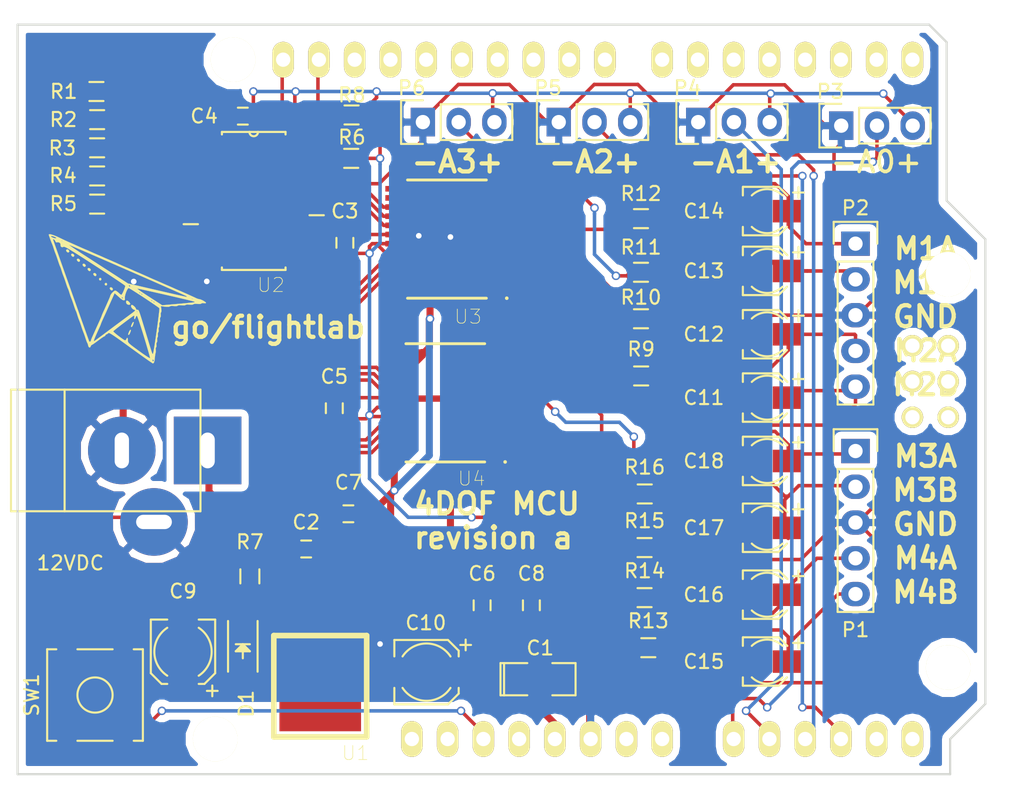
<source format=kicad_pcb>
(kicad_pcb (version 4) (host pcbnew 4.0.5)
  (layers (0 F.Cu signal) (31 B.Cu signal) (34 B.Paste user) (35 F.Paste user) (36 B.SilkS user) (37 F.SilkS user) (38 B.Mask user) (39 F.Mask user) (44 Edge.Cuts user))
  (net 0 "")
  (net 1 GND)
  (net 2 "Net-(C2-Pad1)")
  (net 3 +12V)
  (net 4 "Net-(C11-Pad1)")
  (net 5 "Net-(C12-Pad1)")
  (net 6 "Net-(C13-Pad1)")
  (net 7 "Net-(C14-Pad1)")
  (net 8 "Net-(C15-Pad1)")
  (net 9 "Net-(C16-Pad1)")
  (net 10 "Net-(C17-Pad1)")
  (net 11 "Net-(C18-Pad1)")
  (net 12 AD0)
  (net 13 AD1)
  (net 14 AD2)
  (net 15 AD3)
  (net 16 "Net-(R1-Pad1)")
  (net 17 "Net-(R2-Pad1)")
  (net 18 "Net-(R3-Pad1)")
  (net 19 "Net-(R4-Pad1)")
  (net 20 "Net-(R5-Pad1)")
  (net 21 SCL)
  (net 22 SDA)
  (net 23 A01)
  (net 24 A02)
  (net 25 B01)
  (net 26 B02)
  (net 27 C01)
  (net 28 C02)
  (net 29 D01)
  (net 30 D02)
  (net 31 RST)
  (net 32 PWM13)
  (net 33 PWM12)
  (net 34 PWM11)
  (net 35 PWM10)
  (net 36 PWM9)
  (net 37 PWM8)
  (net 38 PWM7)
  (net 39 PWM6)
  (net 40 PWM5)
  (net 41 PWM4)
  (net 42 PWM3)
  (net 43 PWM2)
  (net 44 "Net-(D1-Pad1)")
  (net 45 5V)
  (module freetronics_footprints:ARDUINO_SHIELD (layer F.Cu) (at 148.57 105.04)
    (fp_text reference SHIELD1 hide)
    (fp_text value ARDUINO_SHIELD hide)
    (pad AD5 thru_hole oval (at 63.5 -2.54 90) (size 2.54 1.524) (drill 1.016) (layers *.Cu *.Mask F.SilkS))
    (pad AD4 thru_hole oval (at 60.96 -2.54 90) (size 2.54 1.524) (drill 1.016) (layers *.Cu *.Mask F.SilkS))
    (pad AD3 thru_hole oval (at 58.42 -2.54 90) (size 2.54 1.524) (drill 1.016) (layers *.Cu *.Mask F.SilkS) (net 15 AD3))
    (pad AD0 thru_hole oval (at 50.8 -2.54 90) (size 2.54 1.524) (drill 1.016) (layers *.Cu *.Mask F.SilkS) (net 12 AD0))
    (pad AD1 thru_hole oval (at 53.34 -2.54 90) (size 2.54 1.524) (drill 1.016) (layers *.Cu *.Mask F.SilkS) (net 13 AD1))
    (pad AD2 thru_hole oval (at 55.88 -2.54 90) (size 2.54 1.524) (drill 1.016) (layers *.Cu *.Mask F.SilkS) (net 14 AD2))
    (pad V_IN thru_hole oval (at 45.72 -2.54 90) (size 2.54 1.524) (drill 1.016) (layers *.Cu *.Mask F.SilkS))
    (pad GND2 thru_hole oval (at 43.18 -2.54 90) (size 2.54 1.524) (drill 1.016) (layers *.Cu *.Mask F.SilkS))
    (pad GND1 thru_hole oval (at 40.64 -2.54 90) (size 2.54 1.524) (drill 1.016) (layers *.Cu *.Mask F.SilkS) (net 1 GND))
    (pad 3V3 thru_hole oval (at 35.56 -2.54 90) (size 2.54 1.524) (drill 1.016) (layers *.Cu *.Mask F.SilkS))
    (pad RST thru_hole oval (at 33.02 -2.54 90) (size 2.54 1.524) (drill 1.016) (layers *.Cu *.Mask F.SilkS) (net 31 RST))
    (pad 0 thru_hole oval (at 63.5 -50.8 90) (size 2.54 1.524) (drill 1.016) (layers *.Cu *.Mask F.SilkS))
    (pad 1 thru_hole oval (at 60.96 -50.8 90) (size 2.54 1.524) (drill 1.016) (layers *.Cu *.Mask F.SilkS))
    (pad 2 thru_hole oval (at 58.42 -50.8 90) (size 2.54 1.524) (drill 1.016) (layers *.Cu *.Mask F.SilkS))
    (pad 3 thru_hole oval (at 55.88 -50.8 90) (size 2.54 1.524) (drill 1.016) (layers *.Cu *.Mask F.SilkS))
    (pad 4 thru_hole oval (at 53.34 -50.8 90) (size 2.54 1.524) (drill 1.016) (layers *.Cu *.Mask F.SilkS))
    (pad 5 thru_hole oval (at 50.8 -50.8 90) (size 2.54 1.524) (drill 1.016) (layers *.Cu *.Mask F.SilkS))
    (pad 6 thru_hole oval (at 48.26 -50.8 90) (size 2.54 1.524) (drill 1.016) (layers *.Cu *.Mask F.SilkS))
    (pad 7 thru_hole oval (at 45.72 -50.8 90) (size 2.54 1.524) (drill 1.016) (layers *.Cu *.Mask F.SilkS))
    (pad 8 thru_hole oval (at 41.656 -50.8 90) (size 2.54 1.524) (drill 1.016) (layers *.Cu *.Mask F.SilkS))
    (pad 9 thru_hole oval (at 39.116 -50.8 90) (size 2.54 1.524) (drill 1.016) (layers *.Cu *.Mask F.SilkS))
    (pad 10 thru_hole oval (at 36.576 -50.8 90) (size 2.54 1.524) (drill 1.016) (layers *.Cu *.Mask F.SilkS))
    (pad 11 thru_hole oval (at 34.036 -50.8 90) (size 2.54 1.524) (drill 1.016) (layers *.Cu *.Mask F.SilkS))
    (pad 12 thru_hole oval (at 31.496 -50.8 90) (size 2.54 1.524) (drill 1.016) (layers *.Cu *.Mask F.SilkS))
    (pad 13 thru_hole oval (at 28.956 -50.8 90) (size 2.54 1.524) (drill 1.016) (layers *.Cu *.Mask F.SilkS))
    (pad GND3 thru_hole oval (at 26.416 -50.8 90) (size 2.54 1.524) (drill 1.016) (layers *.Cu *.Mask F.SilkS))
    (pad AREF thru_hole oval (at 23.876 -50.8 90) (size 2.54 1.524) (drill 1.016) (layers *.Cu *.Mask F.SilkS))
    (pad 5V thru_hole oval (at 38.1 -2.54 90) (size 2.54 1.524) (drill 1.016) (layers *.Cu *.Mask F.SilkS) (net 45 5V))
    (pad "" np_thru_hole circle (at 66.04 -7.62 90) (size 3.175 3.175) (drill 3.175) (layers *.Cu *.Mask F.SilkS))
    (pad "" np_thru_hole circle (at 66.04 -35.56 90) (size 3.175 3.175) (drill 3.175) (layers *.Cu *.Mask F.SilkS))
    (pad "" np_thru_hole circle (at 15.24 -50.8 90) (size 3.175 3.175) (drill 3.175) (layers *.Cu *.Mask F.SilkS))
    (pad "" np_thru_hole circle (at 13.97 -2.54 90) (size 3.175 3.175) (drill 3.175) (layers *.Cu *.Mask F.SilkS))
    (pad SDA thru_hole oval (at 21.336 -50.8 90) (size 2.54 1.524) (drill 1.016) (layers *.Cu *.Mask F.SilkS) (net 22 SDA))
    (pad SCL thru_hole oval (at 18.796 -50.8 90) (size 2.54 1.524) (drill 1.016) (layers *.Cu *.Mask F.SilkS) (net 21 SCL))
    (pad IO_R thru_hole oval (at 30.48 -2.54 90) (size 2.54 1.524) (drill 1.016) (layers *.Cu *.Mask F.SilkS))
    (pad NC thru_hole oval (at 27.94 -2.54 90) (size 2.54 1.524) (drill 1.016) (layers *.Cu *.Mask F.SilkS))
    (pad SP1 thru_hole circle (at 63.5 -30.48 90) (size 1.524 1.524) (drill 1.016) (layers *.Cu *.Mask F.SilkS))
    (pad SP2 thru_hole circle (at 66.04 -30.48 90) (size 1.524 1.524) (drill 1.016) (layers *.Cu *.Mask F.SilkS))
    (pad SP3 thru_hole circle (at 63.5 -27.94 90) (size 1.524 1.524) (drill 1.016) (layers *.Cu *.Mask F.SilkS))
    (pad SP4 thru_hole circle (at 66.04 -27.94 90) (size 1.524 1.524) (drill 1.016) (layers *.Cu *.Mask F.SilkS))
    (pad SP5 thru_hole circle (at 63.5 -25.4 90) (size 1.524 1.524) (drill 1.016) (layers *.Cu *.Mask F.SilkS))
    (pad SP6 thru_hole circle (at 66.04 -25.4 90) (size 1.524 1.524) (drill 1.016) (layers *.Cu *.Mask F.SilkS))
  )
  (module LEDs:LED_1206 (layer F.Cu) (at 164.5 96.266 270)
    (fp_text reference D1 (at 3.734 -0.25 270) (layer F.SilkS))
    (fp_text value "LED Green")
    (pad 2 smd rect (at 1.41986 0 90) (size 1.59766 1.80086) (layers F.Cu F.Paste F.Mask) (net 3 +12V))
    (pad 1 smd rect (at -1.41986 0 90) (size 1.59766 1.80086) (layers F.Cu F.Paste F.Mask) (net 44 "Net-(D1-Pad1)"))
  )
  (module Capacitors_SMD:c_elec_3x5.3 (layer F.Cu) (at 201.75 82.75 180)
    (fp_text reference C18 (at 4.5 0 180) (layer F.SilkS))
    (fp_text value 4.7uF)
    (fp_text user + (at -2.2225 1.397 180) (layer F.SilkS))
    (pad 2 smd rect (at 1.5 0 180) (size 2.2 1.6) (layers F.Cu F.Paste F.Mask) (net 1 GND))
    (pad 1 smd rect (at -1.5 0 180) (size 2.2 1.6) (layers F.Cu F.Paste F.Mask) (net 11 "Net-(C18-Pad1)"))
  )
  (module Capacitors_SMD:c_elec_3x5.3 (layer F.Cu) (at 201.75 92.25 180)
    (fp_text reference C16 (at 4.5 0 180) (layer F.SilkS))
    (fp_text value 4.7uF)
    (fp_text user + (at -2.2225 1.397 180) (layer F.SilkS))
    (pad 2 smd rect (at 1.5 0 180) (size 2.2 1.6) (layers F.Cu F.Paste F.Mask) (net 1 GND))
    (pad 1 smd rect (at -1.5 0 180) (size 2.2 1.6) (layers F.Cu F.Paste F.Mask) (net 9 "Net-(C16-Pad1)"))
  )
  (module Resistors_SMD:R_0603 (layer F.Cu) (at 172.224 58.166 180)
    (fp_text reference R8 (at -0.026 1.416 180) (layer F.SilkS))
    (fp_text value 10K)
    (pad 1 smd rect (at -0.75 0 180) (size 0.5 0.9) (layers F.Cu F.Paste F.Mask) (net 45 5V))
    (pad 2 smd rect (at 0.75 0 180) (size 0.5 0.9) (layers F.Cu F.Paste F.Mask) (net 22 SDA))
  )
  (module SMD_Packages:SMD-1206_Pol (layer F.Cu) (at 185.599 98.25)
    (fp_text reference C1 (at 0.026 -2.212) (layer F.SilkS))
    (fp_text value 100uF)
    (pad 1 smd rect (at -1.651 0) (size 1.524 2.032) (layers F.Cu F.Paste F.Mask) (net 45 5V))
    (pad 2 smd rect (at 1.651 0) (size 1.524 2.032) (layers F.Cu F.Paste F.Mask) (net 1 GND))
  )
  (module Capacitors_SMD:C_0603 (layer F.Cu) (at 171.75 67.25 90)
    (fp_text reference C3 (at 2.25 0 180) (layer F.SilkS))
    (fp_text value 0.1uF)
    (pad 1 smd rect (at -0.75 0 90) (size 0.8 0.75) (layers F.Cu F.Paste F.Mask) (net 45 5V))
    (pad 2 smd rect (at 0.75 0 90) (size 0.8 0.75) (layers F.Cu F.Paste F.Mask) (net 1 GND))
  )
  (module Capacitors_SMD:C_0603 (layer F.Cu) (at 164.5 58.25 180)
    (fp_text reference C4 (at 2.75 0 180) (layer F.SilkS))
    (fp_text value 10uF)
    (pad 1 smd rect (at -0.75 0 180) (size 0.8 0.75) (layers F.Cu F.Paste F.Mask) (net 45 5V))
    (pad 2 smd rect (at 0.75 0 180) (size 0.8 0.75) (layers F.Cu F.Paste F.Mask) (net 1 GND))
  )
  (module Capacitors_SMD:C_0603 (layer F.Cu) (at 171 79 90)
    (fp_text reference C5 (at 2.25 0 180) (layer F.SilkS))
    (fp_text value 0.1uF)
    (pad 1 smd rect (at -0.75 0 90) (size 0.8 0.75) (layers F.Cu F.Paste F.Mask) (net 45 5V))
    (pad 2 smd rect (at 0.75 0 90) (size 0.8 0.75) (layers F.Cu F.Paste F.Mask) (net 1 GND))
  )
  (module Capacitors_SMD:C_0603 (layer F.Cu) (at 181.5 93 90)
    (fp_text reference C6 (at 2.25 0 180) (layer F.SilkS))
    (fp_text value 0.1uF)
    (pad 1 smd rect (at -0.75 0 90) (size 0.8 0.75) (layers F.Cu F.Paste F.Mask) (net 45 5V))
    (pad 2 smd rect (at 0.75 0 90) (size 0.8 0.75) (layers F.Cu F.Paste F.Mask) (net 1 GND))
  )
  (module Capacitors_SMD:C_0603 (layer F.Cu) (at 172 86.5 180)
    (fp_text reference C7 (at -0.008 2.224 180) (layer F.SilkS))
    (fp_text value 0.1uF hide)
    (pad 1 smd rect (at -0.75 0 180) (size 0.8 0.75) (layers F.Cu F.Paste F.Mask) (net 3 +12V))
    (pad 2 smd rect (at 0.75 0 180) (size 0.8 0.75) (layers F.Cu F.Paste F.Mask) (net 1 GND))
  )
  (module Capacitors_SMD:C_0603 (layer F.Cu) (at 185 93 90)
    (fp_text reference C8 (at 2.25 0 180) (layer F.SilkS))
    (fp_text value 10uF)
    (pad 1 smd rect (at -0.75 0 90) (size 0.8 0.75) (layers F.Cu F.Paste F.Mask) (net 45 5V))
    (pad 2 smd rect (at 0.75 0 90) (size 0.8 0.75) (layers F.Cu F.Paste F.Mask) (net 1 GND))
  )
  (module Pin_Headers:Pin_Header_Straight_1x05 (layer F.Cu) (at 208.026 82.042)
    (fp_text reference P1 (at 0 12.7) (layer F.SilkS))
    (fp_text value CONN_01X05)
    (pad 1 thru_hole rect (at 0 0) (size 2.032 1.7272) (drill 1.016) (layers *.Cu *.Mask) (net 11 "Net-(C18-Pad1)"))
    (pad 2 thru_hole oval (at 0 2.54) (size 2.032 1.7272) (drill 1.016) (layers *.Cu *.Mask) (net 10 "Net-(C17-Pad1)"))
    (pad 3 thru_hole oval (at 0 5.08) (size 2.032 1.7272) (drill 1.016) (layers *.Cu *.Mask) (net 1 GND))
    (pad 4 thru_hole oval (at 0 7.62) (size 2.032 1.7272) (drill 1.016) (layers *.Cu *.Mask) (net 9 "Net-(C16-Pad1)"))
    (pad 5 thru_hole oval (at 0 10.16) (size 2.032 1.7272) (drill 1.016) (layers *.Cu *.Mask) (net 8 "Net-(C15-Pad1)"))
  )
  (module Pin_Headers:Pin_Header_Straight_1x05 (layer F.Cu) (at 208.026 67.31)
    (fp_text reference P2 (at 0 -2.54) (layer F.SilkS))
    (fp_text value CONN_01X05)
    (pad 1 thru_hole rect (at 0 0) (size 2.032 1.7272) (drill 1.016) (layers *.Cu *.Mask) (net 7 "Net-(C14-Pad1)"))
    (pad 2 thru_hole oval (at 0 2.54) (size 2.032 1.7272) (drill 1.016) (layers *.Cu *.Mask) (net 6 "Net-(C13-Pad1)"))
    (pad 3 thru_hole oval (at 0 5.08) (size 2.032 1.7272) (drill 1.016) (layers *.Cu *.Mask) (net 1 GND))
    (pad 4 thru_hole oval (at 0 7.62) (size 2.032 1.7272) (drill 1.016) (layers *.Cu *.Mask) (net 5 "Net-(C12-Pad1)"))
    (pad 5 thru_hole oval (at 0 10.16) (size 2.032 1.7272) (drill 1.016) (layers *.Cu *.Mask) (net 4 "Net-(C11-Pad1)"))
  )
  (module Pin_Headers:Pin_Header_Straight_1x03 (layer F.Cu) (at 207.01 58.928 90)
    (fp_text reference P3 (at 2.428 -0.762 180) (layer F.SilkS))
    (fp_text value CONN_01X03)
    (pad 1 thru_hole rect (at 0 0 90) (size 2.032 1.7272) (drill 1.016) (layers *.Cu *.Mask) (net 1 GND))
    (pad 2 thru_hole oval (at 0 2.54 90) (size 2.032 1.7272) (drill 1.016) (layers *.Cu *.Mask) (net 12 AD0))
    (pad 3 thru_hole oval (at 0 5.08 90) (size 2.032 1.7272) (drill 1.016) (layers *.Cu *.Mask) (net 45 5V))
  )
  (module Pin_Headers:Pin_Header_Straight_1x03 (layer F.Cu) (at 196.85 58.674 90)
    (fp_text reference P4 (at 2.424 -0.762 180) (layer F.SilkS))
    (fp_text value CONN_01X03)
    (pad 1 thru_hole rect (at 0 0 90) (size 2.032 1.7272) (drill 1.016) (layers *.Cu *.Mask) (net 1 GND))
    (pad 2 thru_hole oval (at 0 2.54 90) (size 2.032 1.7272) (drill 1.016) (layers *.Cu *.Mask) (net 13 AD1))
    (pad 3 thru_hole oval (at 0 5.08 90) (size 2.032 1.7272) (drill 1.016) (layers *.Cu *.Mask) (net 45 5V))
  )
  (module Pin_Headers:Pin_Header_Straight_1x03 (layer F.Cu) (at 186.944 58.674 90)
    (fp_text reference P5 (at 2.424 -0.762 180) (layer F.SilkS))
    (fp_text value CONN_01X03)
    (pad 1 thru_hole rect (at 0 0 90) (size 2.032 1.7272) (drill 1.016) (layers *.Cu *.Mask) (net 1 GND))
    (pad 2 thru_hole oval (at 0 2.54 90) (size 2.032 1.7272) (drill 1.016) (layers *.Cu *.Mask) (net 14 AD2))
    (pad 3 thru_hole oval (at 0 5.08 90) (size 2.032 1.7272) (drill 1.016) (layers *.Cu *.Mask) (net 45 5V))
  )
  (module Pin_Headers:Pin_Header_Straight_1x03 (layer F.Cu) (at 177.292 58.674 90)
    (fp_text reference P6 (at 2.424 -0.792 180) (layer F.SilkS))
    (fp_text value CONN_01X03)
    (pad 1 thru_hole rect (at 0 0 90) (size 2.032 1.7272) (drill 1.016) (layers *.Cu *.Mask) (net 1 GND))
    (pad 2 thru_hole oval (at 0 2.54 90) (size 2.032 1.7272) (drill 1.016) (layers *.Cu *.Mask) (net 15 AD3))
    (pad 3 thru_hole oval (at 0 5.08 90) (size 2.032 1.7272) (drill 1.016) (layers *.Cu *.Mask) (net 45 5V))
  )
  (module Resistors_SMD:R_0603 (layer F.Cu) (at 154.1 56.5 180)
    (fp_text reference R1 (at 2.325 0 180) (layer F.SilkS))
    (fp_text value 10K)
    (pad 1 smd rect (at -0.75 0 180) (size 0.5 0.9) (layers F.Cu F.Paste F.Mask) (net 16 "Net-(R1-Pad1)"))
    (pad 2 smd rect (at 0.75 0 180) (size 0.5 0.9) (layers F.Cu F.Paste F.Mask) (net 1 GND))
  )
  (module Resistors_SMD:R_0603 (layer F.Cu) (at 154.15 58.5 180)
    (fp_text reference R2 (at 2.4 0 180) (layer F.SilkS))
    (fp_text value 10K)
    (pad 1 smd rect (at -0.75 0 180) (size 0.5 0.9) (layers F.Cu F.Paste F.Mask) (net 17 "Net-(R2-Pad1)"))
    (pad 2 smd rect (at 0.75 0 180) (size 0.5 0.9) (layers F.Cu F.Paste F.Mask) (net 1 GND))
  )
  (module Resistors_SMD:R_0603 (layer F.Cu) (at 154.15 60.5 180)
    (fp_text reference R3 (at 2.475 -0.025 180) (layer F.SilkS))
    (fp_text value 10K)
    (pad 1 smd rect (at -0.75 0 180) (size 0.5 0.9) (layers F.Cu F.Paste F.Mask) (net 18 "Net-(R3-Pad1)"))
    (pad 2 smd rect (at 0.75 0 180) (size 0.5 0.9) (layers F.Cu F.Paste F.Mask) (net 1 GND))
  )
  (module Resistors_SMD:R_0603 (layer F.Cu) (at 154.15 62.5 180)
    (fp_text reference R4 (at 2.425 0.025 180) (layer F.SilkS))
    (fp_text value 10K)
    (pad 1 smd rect (at -0.75 0 180) (size 0.5 0.9) (layers F.Cu F.Paste F.Mask) (net 19 "Net-(R4-Pad1)"))
    (pad 2 smd rect (at 0.75 0 180) (size 0.5 0.9) (layers F.Cu F.Paste F.Mask) (net 1 GND))
  )
  (module Resistors_SMD:R_0603 (layer F.Cu) (at 154.15 64.5 180)
    (fp_text reference R5 (at 2.4 0.025 180) (layer F.SilkS))
    (fp_text value 10K)
    (pad 1 smd rect (at -0.75 0 180) (size 0.5 0.9) (layers F.Cu F.Paste F.Mask) (net 20 "Net-(R5-Pad1)"))
    (pad 2 smd rect (at 0.75 0 180) (size 0.5 0.9) (layers F.Cu F.Paste F.Mask) (net 1 GND))
  )
  (module Resistors_SMD:R_0603 (layer F.Cu) (at 172.2 61.25 180)
    (fp_text reference R6 (at -0.05 1.5 180) (layer F.SilkS))
    (fp_text value 10K)
    (pad 1 smd rect (at -0.75 0 180) (size 0.5 0.9) (layers F.Cu F.Paste F.Mask) (net 45 5V))
    (pad 2 smd rect (at 0.75 0 180) (size 0.5 0.9) (layers F.Cu F.Paste F.Mask) (net 21 SCL))
  )
  (module Resistors_SMD:R_0603 (layer F.Cu) (at 165 90.944 90)
    (fp_text reference R7 (at 2.444 0 180) (layer F.SilkS))
    (fp_text value 1K)
    (pad 1 smd rect (at -0.75 0 90) (size 0.5 0.9) (layers F.Cu F.Paste F.Mask) (net 44 "Net-(D1-Pad1)"))
    (pad 2 smd rect (at 0.75 0 90) (size 0.5 0.9) (layers F.Cu F.Paste F.Mask) (net 1 GND))
  )
  (module Resistors_SMD:R_0603 (layer F.Cu) (at 192.798 76.708)
    (fp_text reference R9 (at 0 -1.9) (layer F.SilkS))
    (fp_text value 1K)
    (pad 1 smd rect (at -0.75 0) (size 0.5 0.9) (layers F.Cu F.Paste F.Mask) (net 23 A01))
    (pad 2 smd rect (at 0.75 0) (size 0.5 0.9) (layers F.Cu F.Paste F.Mask) (net 4 "Net-(C11-Pad1)"))
  )
  (module Resistors_SMD:R_0603 (layer F.Cu) (at 192.786 72.644)
    (fp_text reference R10 (at 0 -1.524) (layer F.SilkS))
    (fp_text value 1K)
    (pad 1 smd rect (at -0.75 0) (size 0.5 0.9) (layers F.Cu F.Paste F.Mask) (net 24 A02))
    (pad 2 smd rect (at 0.75 0) (size 0.5 0.9) (layers F.Cu F.Paste F.Mask) (net 5 "Net-(C12-Pad1)"))
  )
  (module Resistors_SMD:R_0603 (layer F.Cu) (at 192.786 69.342)
    (fp_text reference R11 (at 0 -1.778) (layer F.SilkS))
    (fp_text value 1K)
    (pad 1 smd rect (at -0.75 0) (size 0.5 0.9) (layers F.Cu F.Paste F.Mask) (net 25 B01))
    (pad 2 smd rect (at 0.75 0) (size 0.5 0.9) (layers F.Cu F.Paste F.Mask) (net 6 "Net-(C13-Pad1)"))
  )
  (module Resistors_SMD:R_0603 (layer F.Cu) (at 192.786 65.532)
    (fp_text reference R12 (at 0 -1.778) (layer F.SilkS))
    (fp_text value 1K)
    (pad 1 smd rect (at -0.75 0) (size 0.5 0.9) (layers F.Cu F.Paste F.Mask) (net 26 B02))
    (pad 2 smd rect (at 0.75 0) (size 0.5 0.9) (layers F.Cu F.Paste F.Mask) (net 7 "Net-(C14-Pad1)"))
  )
  (module Resistors_SMD:R_0603 (layer F.Cu) (at 193.306 96.012)
    (fp_text reference R13 (at 0 -1.9) (layer F.SilkS))
    (fp_text value 1K)
    (pad 1 smd rect (at -0.75 0) (size 0.5 0.9) (layers F.Cu F.Paste F.Mask) (net 27 C01))
    (pad 2 smd rect (at 0.75 0) (size 0.5 0.9) (layers F.Cu F.Paste F.Mask) (net 8 "Net-(C15-Pad1)"))
  )
  (module Resistors_SMD:R_0603 (layer F.Cu) (at 193.04 92.456)
    (fp_text reference R14 (at 0 -1.9) (layer F.SilkS))
    (fp_text value 1K)
    (pad 1 smd rect (at -0.75 0) (size 0.5 0.9) (layers F.Cu F.Paste F.Mask) (net 28 C02))
    (pad 2 smd rect (at 0.75 0) (size 0.5 0.9) (layers F.Cu F.Paste F.Mask) (net 9 "Net-(C16-Pad1)"))
  )
  (module Resistors_SMD:R_0603 (layer F.Cu) (at 193.04 88.9)
    (fp_text reference R15 (at 0 -1.9) (layer F.SilkS))
    (fp_text value 1K)
    (pad 1 smd rect (at -0.75 0) (size 0.5 0.9) (layers F.Cu F.Paste F.Mask) (net 29 D01))
    (pad 2 smd rect (at 0.75 0) (size 0.5 0.9) (layers F.Cu F.Paste F.Mask) (net 10 "Net-(C17-Pad1)"))
  )
  (module Resistors_SMD:R_0603 (layer F.Cu) (at 193.052 85.09)
    (fp_text reference R16 (at 0 -1.9) (layer F.SilkS))
    (fp_text value 1K)
    (pad 1 smd rect (at -0.75 0) (size 0.5 0.9) (layers F.Cu F.Paste F.Mask) (net 30 D02))
    (pad 2 smd rect (at 0.75 0) (size 0.5 0.9) (layers F.Cu F.Paste F.Mask) (net 11 "Net-(C18-Pad1)"))
  )
  (module MCU:SOP65P760X160-24N (layer F.Cu) (at 179.001 66.985 180)
    (fp_text reference U3 (at -1.499 -5.515 180) (layer F.SilkS) (effects (font (thickness 0.05))))
    (fp_text value "TB6612FNG(O,C,8,EL" hide)
    (pad 1 smd rect (at -3.625 -3.575 90) (size 0.4 1.5) (layers F.Cu F.Paste F.Mask) (net 23 A01))
    (pad 2 smd rect (at -3.625 -2.925 90) (size 0.4 1.5) (layers F.Cu F.Paste F.Mask) (net 23 A01))
    (pad 3 smd rect (at -3.625 -2.275 90) (size 0.4 1.5) (layers F.Cu F.Paste F.Mask) (net 1 GND))
    (pad 4 smd rect (at -3.625 -1.625 90) (size 0.4 1.5) (layers F.Cu F.Paste F.Mask) (net 1 GND))
    (pad 5 smd rect (at -3.625 -0.975 90) (size 0.4 1.5) (layers F.Cu F.Paste F.Mask) (net 24 A02))
    (pad 6 smd rect (at -3.625 -0.325 90) (size 0.4 1.5) (layers F.Cu F.Paste F.Mask) (net 24 A02))
    (pad 7 smd rect (at -3.625 0.325 90) (size 0.4 1.5) (layers F.Cu F.Paste F.Mask) (net 26 B02))
    (pad 8 smd rect (at -3.625 0.975 90) (size 0.4 1.5) (layers F.Cu F.Paste F.Mask) (net 26 B02))
    (pad 9 smd rect (at -3.625 1.625 90) (size 0.4 1.5) (layers F.Cu F.Paste F.Mask) (net 1 GND))
    (pad 10 smd rect (at -3.625 2.275 90) (size 0.4 1.5) (layers F.Cu F.Paste F.Mask) (net 1 GND))
    (pad 11 smd rect (at -3.625 2.925 90) (size 0.4 1.5) (layers F.Cu F.Paste F.Mask) (net 25 B01))
    (pad 12 smd rect (at -3.625 3.575 90) (size 0.4 1.5) (layers F.Cu F.Paste F.Mask) (net 25 B01))
    (pad 15 smd rect (at 3.625 2.275 90) (size 0.4 1.5) (layers F.Cu F.Paste F.Mask) (net 32 PWM13))
    (pad 16 smd rect (at 3.625 1.625 90) (size 0.4 1.5) (layers F.Cu F.Paste F.Mask) (net 33 PWM12))
    (pad 17 smd rect (at 3.625 0.975 90) (size 0.4 1.5) (layers F.Cu F.Paste F.Mask) (net 34 PWM11))
    (pad 18 smd rect (at 3.625 0.325 90) (size 0.4 1.5) (layers F.Cu F.Paste F.Mask) (net 1 GND))
    (pad 19 smd rect (at 3.625 -0.325 90) (size 0.4 1.5) (layers F.Cu F.Paste F.Mask) (net 45 5V))
    (pad 20 smd rect (at 3.625 -0.975 90) (size 0.4 1.5) (layers F.Cu F.Paste F.Mask) (net 45 5V))
    (pad 21 smd rect (at 3.625 -1.625 90) (size 0.4 1.5) (layers F.Cu F.Paste F.Mask) (net 35 PWM10))
    (pad 22 smd rect (at 3.625 -2.275 90) (size 0.4 1.5) (layers F.Cu F.Paste F.Mask) (net 36 PWM9))
    (pad 23 smd rect (at 3.625 -2.925 90) (size 0.4 1.5) (layers F.Cu F.Paste F.Mask) (net 37 PWM8))
    (pad 24 smd rect (at 3.625 -3.575 90) (size 0.4 1.5) (layers F.Cu F.Paste F.Mask) (net 3 +12V))
    (pad 14 smd rect (at 3.625 2.925 90) (size 0.4 1.5) (layers F.Cu F.Paste F.Mask) (net 3 +12V))
    (pad 13 smd rect (at 3.625 3.575 90) (size 0.4 1.5) (layers F.Cu F.Paste F.Mask) (net 3 +12V))
  )
  (module MCU:SOP65P760X160-24N (layer F.Cu) (at 178.885 78.617 180)
    (fp_text reference U4 (at -1.865 -5.383 180) (layer F.SilkS) (effects (font (thickness 0.05))))
    (fp_text value "TB6612FNG(O,C,8,EL" hide)
    (pad 1 smd rect (at -3.625 -3.575 90) (size 0.4 1.5) (layers F.Cu F.Paste F.Mask) (net 27 C01))
    (pad 2 smd rect (at -3.625 -2.925 90) (size 0.4 1.5) (layers F.Cu F.Paste F.Mask) (net 27 C01))
    (pad 3 smd rect (at -3.625 -2.275 90) (size 0.4 1.5) (layers F.Cu F.Paste F.Mask) (net 1 GND))
    (pad 4 smd rect (at -3.625 -1.625 90) (size 0.4 1.5) (layers F.Cu F.Paste F.Mask) (net 1 GND))
    (pad 5 smd rect (at -3.625 -0.975 90) (size 0.4 1.5) (layers F.Cu F.Paste F.Mask) (net 28 C02))
    (pad 6 smd rect (at -3.625 -0.325 90) (size 0.4 1.5) (layers F.Cu F.Paste F.Mask) (net 28 C02))
    (pad 7 smd rect (at -3.625 0.325 90) (size 0.4 1.5) (layers F.Cu F.Paste F.Mask) (net 30 D02))
    (pad 8 smd rect (at -3.625 0.975 90) (size 0.4 1.5) (layers F.Cu F.Paste F.Mask) (net 30 D02))
    (pad 9 smd rect (at -3.625 1.625 90) (size 0.4 1.5) (layers F.Cu F.Paste F.Mask) (net 1 GND))
    (pad 10 smd rect (at -3.625 2.275 90) (size 0.4 1.5) (layers F.Cu F.Paste F.Mask) (net 1 GND))
    (pad 11 smd rect (at -3.625 2.925 90) (size 0.4 1.5) (layers F.Cu F.Paste F.Mask) (net 29 D01))
    (pad 12 smd rect (at -3.625 3.575 90) (size 0.4 1.5) (layers F.Cu F.Paste F.Mask) (net 29 D01))
    (pad 15 smd rect (at 3.625 2.275 90) (size 0.4 1.5) (layers F.Cu F.Paste F.Mask) (net 38 PWM7))
    (pad 16 smd rect (at 3.625 1.625 90) (size 0.4 1.5) (layers F.Cu F.Paste F.Mask) (net 39 PWM6))
    (pad 17 smd rect (at 3.625 0.975 90) (size 0.4 1.5) (layers F.Cu F.Paste F.Mask) (net 40 PWM5))
    (pad 18 smd rect (at 3.625 0.325 90) (size 0.4 1.5) (layers F.Cu F.Paste F.Mask) (net 1 GND))
    (pad 19 smd rect (at 3.625 -0.325 90) (size 0.4 1.5) (layers F.Cu F.Paste F.Mask) (net 45 5V))
    (pad 20 smd rect (at 3.625 -0.975 90) (size 0.4 1.5) (layers F.Cu F.Paste F.Mask) (net 45 5V))
    (pad 21 smd rect (at 3.625 -1.625 90) (size 0.4 1.5) (layers F.Cu F.Paste F.Mask) (net 41 PWM4))
    (pad 22 smd rect (at 3.625 -2.275 90) (size 0.4 1.5) (layers F.Cu F.Paste F.Mask) (net 42 PWM3))
    (pad 23 smd rect (at 3.625 -2.925 90) (size 0.4 1.5) (layers F.Cu F.Paste F.Mask) (net 43 PWM2))
    (pad 24 smd rect (at 3.625 -3.575 90) (size 0.4 1.5) (layers F.Cu F.Paste F.Mask) (net 3 +12V))
    (pad 14 smd rect (at 3.625 2.925 90) (size 0.4 1.5) (layers F.Cu F.Paste F.Mask) (net 3 +12V))
    (pad 13 smd rect (at 3.625 3.575 90) (size 0.4 1.5) (layers F.Cu F.Paste F.Mask) (net 3 +12V))
  )
  (module MCU:SOP65P640X110-28N (layer F.Cu) (at 165.275 64.275)
    (fp_text reference U2 (at 1.225 5.975) (layer F.SilkS) (effects (font (thickness 0.05))))
    (fp_text value PCA9685PW hide)
    (pad 1 smd rect (at -2.921 -4.2164) (size 1.4732 0.3556) (layers F.Cu F.Paste F.Mask) (net 16 "Net-(R1-Pad1)"))
    (pad 2 smd rect (at -2.921 -3.5814) (size 1.4732 0.3556) (layers F.Cu F.Paste F.Mask) (net 17 "Net-(R2-Pad1)"))
    (pad 3 smd rect (at -2.921 -2.921) (size 1.4732 0.3556) (layers F.Cu F.Paste F.Mask) (net 18 "Net-(R3-Pad1)"))
    (pad 4 smd rect (at -2.921 -2.286) (size 1.4732 0.3556) (layers F.Cu F.Paste F.Mask) (net 19 "Net-(R4-Pad1)"))
    (pad 5 smd rect (at -2.921 -1.6256) (size 1.4732 0.3556) (layers F.Cu F.Paste F.Mask) (net 20 "Net-(R5-Pad1)"))
    (pad 6 smd rect (at -2.921 -0.9652) (size 1.4732 0.3556) (layers F.Cu F.Paste F.Mask))
    (pad 7 smd rect (at -2.921 -0.3302) (size 1.4732 0.3556) (layers F.Cu F.Paste F.Mask))
    (pad 8 smd rect (at -2.921 0.3302) (size 1.4732 0.3556) (layers F.Cu F.Paste F.Mask) (net 43 PWM2))
    (pad 9 smd rect (at -2.921 0.9652) (size 1.4732 0.3556) (layers F.Cu F.Paste F.Mask) (net 42 PWM3))
    (pad 10 smd rect (at -2.921 1.6256) (size 1.4732 0.3556) (layers F.Cu F.Paste F.Mask) (net 41 PWM4))
    (pad 11 smd rect (at -2.921 2.286) (size 1.4732 0.3556) (layers F.Cu F.Paste F.Mask) (net 40 PWM5))
    (pad 12 smd rect (at -2.921 2.921) (size 1.4732 0.3556) (layers F.Cu F.Paste F.Mask) (net 39 PWM6))
    (pad 13 smd rect (at -2.921 3.5814) (size 1.4732 0.3556) (layers F.Cu F.Paste F.Mask) (net 38 PWM7))
    (pad 14 smd rect (at -2.921 4.2164) (size 1.4732 0.3556) (layers F.Cu F.Paste F.Mask) (net 1 GND))
    (pad 15 smd rect (at 2.921 4.2164) (size 1.4732 0.3556) (layers F.Cu F.Paste F.Mask) (net 37 PWM8))
    (pad 16 smd rect (at 2.921 3.5814) (size 1.4732 0.3556) (layers F.Cu F.Paste F.Mask) (net 36 PWM9))
    (pad 17 smd rect (at 2.921 2.921) (size 1.4732 0.3556) (layers F.Cu F.Paste F.Mask) (net 35 PWM10))
    (pad 18 smd rect (at 2.921 2.286) (size 1.4732 0.3556) (layers F.Cu F.Paste F.Mask) (net 34 PWM11))
    (pad 19 smd rect (at 2.921 1.6256) (size 1.4732 0.3556) (layers F.Cu F.Paste F.Mask) (net 33 PWM12))
    (pad 20 smd rect (at 2.921 0.9652) (size 1.4732 0.3556) (layers F.Cu F.Paste F.Mask) (net 32 PWM13))
    (pad 21 smd rect (at 2.921 0.3302) (size 1.4732 0.3556) (layers F.Cu F.Paste F.Mask))
    (pad 22 smd rect (at 2.921 -0.3302) (size 1.4732 0.3556) (layers F.Cu F.Paste F.Mask))
    (pad 23 smd rect (at 2.921 -0.9652) (size 1.4732 0.3556) (layers F.Cu F.Paste F.Mask) (net 1 GND))
    (pad 24 smd rect (at 2.921 -1.6256) (size 1.4732 0.3556) (layers F.Cu F.Paste F.Mask))
    (pad 25 smd rect (at 2.921 -2.286) (size 1.4732 0.3556) (layers F.Cu F.Paste F.Mask) (net 1 GND))
    (pad 26 smd rect (at 2.921 -2.921) (size 1.4732 0.3556) (layers F.Cu F.Paste F.Mask) (net 21 SCL))
    (pad 27 smd rect (at 2.921 -3.5814) (size 1.4732 0.3556) (layers F.Cu F.Paste F.Mask) (net 22 SDA))
    (pad 28 smd rect (at 2.921 -4.2164) (size 1.4732 0.3556) (layers F.Cu F.Paste F.Mask) (net 45 5V))
  )
  (module Capacitors_SMD:C_0603 (layer F.Cu) (at 169 89)
    (fp_text reference C2 (at 0 -1.9) (layer F.SilkS))
    (fp_text value 0.33uF)
    (pad 1 smd rect (at -0.75 0) (size 0.8 0.75) (layers F.Cu F.Paste F.Mask) (net 2 "Net-(C2-Pad1)"))
    (pad 2 smd rect (at 0.75 0) (size 0.8 0.75) (layers F.Cu F.Paste F.Mask) (net 1 GND))
  )
  (module Capacitors_SMD:c_elec_4x5.8 (layer F.Cu) (at 160.25 96.3 90)
    (fp_text reference C9 (at 4.3 0 180) (layer F.SilkS))
    (fp_text value 22uF/16v)
    (fp_text user + (at -2.7813 2.0066 90) (layer F.SilkS))
    (pad 1 smd rect (at -1.8 0 270) (size 2.6 1.6) (layers F.Cu F.Paste F.Mask) (net 3 +12V))
    (pad 2 smd rect (at 1.8 0 270) (size 2.6 1.6) (layers F.Cu F.Paste F.Mask) (net 1 GND))
  )
  (module Capacitors_SMD:c_elec_4x5.8 (layer F.Cu) (at 177.55 97.75 180)
    (fp_text reference C10 (at 0.05 3.5 360) (layer F.SilkS))
    (fp_text value 22uF/16v)
    (fp_text user + (at -2.7813 2.0066 180) (layer F.SilkS))
    (pad 1 smd rect (at -1.8 0) (size 2.6 1.6) (layers F.Cu F.Paste F.Mask) (net 3 +12V))
    (pad 2 smd rect (at 1.8 0) (size 2.6 1.6) (layers F.Cu F.Paste F.Mask) (net 1 GND))
  )
  (module Capacitors_SMD:c_elec_3x5.3 (layer F.Cu) (at 201.75 78.25 180)
    (fp_text reference C11 (at 4.5 0 180) (layer F.SilkS))
    (fp_text value 4.7uF)
    (fp_text user + (at -2.2225 1.397 180) (layer F.SilkS))
    (pad 2 smd rect (at 1.5 0 180) (size 2.2 1.6) (layers F.Cu F.Paste F.Mask) (net 1 GND))
    (pad 1 smd rect (at -1.5 0 180) (size 2.2 1.6) (layers F.Cu F.Paste F.Mask) (net 4 "Net-(C11-Pad1)"))
  )
  (module Capacitors_SMD:c_elec_3x5.3 (layer F.Cu) (at 201.75 73.75 180)
    (fp_text reference C12 (at 4.5 0 180) (layer F.SilkS))
    (fp_text value 4.7uF)
    (fp_text user + (at -2.2225 1.397 180) (layer F.SilkS))
    (pad 2 smd rect (at 1.5 0 180) (size 2.2 1.6) (layers F.Cu F.Paste F.Mask) (net 1 GND))
    (pad 1 smd rect (at -1.5 0 180) (size 2.2 1.6) (layers F.Cu F.Paste F.Mask) (net 5 "Net-(C12-Pad1)"))
  )
  (module Capacitors_SMD:c_elec_3x5.3 (layer F.Cu) (at 201.75 69.25 180)
    (fp_text reference C13 (at 4.5 0 180) (layer F.SilkS))
    (fp_text value 4.7uF)
    (fp_text user + (at -2.2225 1.397 180) (layer F.SilkS))
    (pad 2 smd rect (at 1.5 0 180) (size 2.2 1.6) (layers F.Cu F.Paste F.Mask) (net 1 GND))
    (pad 1 smd rect (at -1.5 0 180) (size 2.2 1.6) (layers F.Cu F.Paste F.Mask) (net 6 "Net-(C13-Pad1)"))
  )
  (module Capacitors_SMD:c_elec_3x5.3 (layer F.Cu) (at 201.75 65 180)
    (fp_text reference C14 (at 4.5 0 180) (layer F.SilkS))
    (fp_text value 4.7uF)
    (fp_text user + (at -2.2225 1.397 180) (layer F.SilkS))
    (pad 2 smd rect (at 1.5 0 180) (size 2.2 1.6) (layers F.Cu F.Paste F.Mask) (net 1 GND))
    (pad 1 smd rect (at -1.5 0 180) (size 2.2 1.6) (layers F.Cu F.Paste F.Mask) (net 7 "Net-(C14-Pad1)"))
  )
  (module Capacitors_SMD:c_elec_3x5.3 (layer F.Cu) (at 201.75 97 180)
    (fp_text reference C15 (at 4.5 0 180) (layer F.SilkS))
    (fp_text value 4.7uF)
    (fp_text user + (at -2.2225 1.397 180) (layer F.SilkS))
    (pad 2 smd rect (at 1.5 0 180) (size 2.2 1.6) (layers F.Cu F.Paste F.Mask) (net 1 GND))
    (pad 1 smd rect (at -1.5 0 180) (size 2.2 1.6) (layers F.Cu F.Paste F.Mask) (net 8 "Net-(C15-Pad1)"))
  )
  (module Capacitors_SMD:c_elec_3x5.3 (layer F.Cu) (at 201.75 87.5 180)
    (fp_text reference C17 (at 4.5 0 180) (layer F.SilkS))
    (fp_text value 4.7uF)
    (fp_text user + (at -2.2225 1.397 180) (layer F.SilkS))
    (pad 2 smd rect (at 1.5 0 180) (size 2.2 1.6) (layers F.Cu F.Paste F.Mask) (net 1 GND))
    (pad 1 smd rect (at -1.5 0 180) (size 2.2 1.6) (layers F.Cu F.Paste F.Mask) (net 10 "Net-(C17-Pad1)"))
  )
  (module Connectors:JACK_ALIM (layer F.Cu) (at 155.904 82)
    (fp_text reference 12VDC (at -3.654 8) (layer F.SilkS))
    (fp_text value BARREL_JACK)
    (pad 2 thru_hole circle (at 0 0) (size 4.8006 4.8006) (drill oval 1.016 2.54) (layers *.Cu *.Mask) (net 1 GND))
    (pad 1 thru_hole rect (at 6.096 0) (size 4.8006 4.8006) (drill oval 1.016 2.54) (layers *.Cu *.Mask) (net 2 "Net-(C2-Pad1)"))
    (pad 3 thru_hole circle (at 2.286 5.08) (size 4.8006 4.8006) (drill oval 2.54 1.016) (layers *.Cu *.Mask) (net 1 GND))
  )
  (module Buttons_Switches_SMD:SW_SPST_B3SL-1002P (layer F.Cu) (at 154 99.375 90)
    (fp_text reference SW1 (at 0 -4.5 90) (layer F.SilkS))
    (fp_text value SW_SPST)
    (pad 1 smd rect (at -2.875 -2 90) (size 2.75 1) (layers F.Cu F.Paste F.Mask) (net 1 GND))
    (pad 1 smd rect (at 2.875 -2 90) (size 2.75 1) (layers F.Cu F.Paste F.Mask) (net 1 GND))
    (pad 2 smd rect (at 2.875 2 90) (size 2.75 1) (layers F.Cu F.Paste F.Mask) (net 31 RST))
    (pad 2 smd rect (at -2.875 2 90) (size 2.75 1) (layers F.Cu F.Paste F.Mask) (net 31 RST))
  )
  (module MCU:TO-252-3 (layer F.Cu) (at 170 98.75 180)
    (fp_text reference U1 (at -2.5 -4.75 180) (layer F.SilkS) (effects (font (thickness 0.05))))
    (fp_text value "UA78M10CKVURG3 (10V REG)" hide)
    (pad 3 smd rect (at -2.28092 6.2992 180) (size 1.19888 2.19964) (layers F.Cu F.Paste F.Mask) (net 2 "Net-(C2-Pad1)"))
    (pad 2 smd rect (at 2.28092 6.2992 180) (size 1.19888 2.19964) (layers F.Cu F.Paste F.Mask) (net 3 +12V))
    (pad 1 smd rect (at 0 0 180) (size 5.79882 6.4008) (layers F.Cu F.Paste F.Mask) (net 1 GND))
  )
  (module MCU:FlightlabLogo (layer F.Cu) (at 156.25 71.25)
    (fp_text reference G*** hide)
    (fp_text value LOGO hide)
  )
  (gr_text go/flightlab (at 159.25 73.25) (layer F.SilkS) (effects (font (size 1.5 1.5) (thickness 0.3)) (justify left)))
  (gr_text "4DOF MCU\nrevision a\n" (at 176.5 87) (layer F.SilkS) (effects (font (size 1.5 1.5) (thickness 0.3)) (justify left)))
  (gr_text -A3+ (at 179.75 61.5) (layer F.SilkS) (effects (font (size 1.5 1.5) (thickness 0.3))))
  (gr_text -A2+ (at 189.5 61.5) (layer F.SilkS) (effects (font (size 1.5 1.5) (thickness 0.3))))
  (gr_text -A1+ (at 199.5 61.5) (layer F.SilkS) (effects (font (size 1.5 1.5) (thickness 0.3))))
  (gr_text -A0+ (at 209.5 61.5) (layer F.SilkS) (effects (font (size 1.5 1.5) (thickness 0.25))))
  (gr_text "M1A\nM1B\nGND\nM2A\nM2B" (at 213 72.5) (layer F.SilkS) (effects (font (size 1.5 1.5) (thickness 0.3))))
  (gr_text "M3A\nM3B\nGND\nM4A\nM4B" (at 213 87.25) (layer F.SilkS) (effects (font (size 1.5 1.5) (thickness 0.3))))
  (gr_line (start 148.5 51.75) (end 213.25 51.75) (layer Edge.Cuts) (width 0.15))
  (gr_line (start 148.5 105) (end 148.5 51.75) (layer Edge.Cuts) (width 0.15))
  (gr_line (start 214.75 105) (end 148.5 105) (layer Edge.Cuts) (width 0.15))
  (gr_line (start 214.75 102.5) (end 214.75 105) (layer Edge.Cuts) (width 0.15))
  (gr_line (start 217.25 100) (end 214.75 102.5) (layer Edge.Cuts) (width 0.15))
  (gr_line (start 217.25 67) (end 217.25 100) (layer Edge.Cuts) (width 0.15))
  (gr_line (start 214.5 64.25) (end 217.25 67) (layer Edge.Cuts) (width 0.15))
  (gr_line (start 214.5 53) (end 214.5 64.25) (layer Edge.Cuts) (width 0.15))
  (gr_line (start 213.25 51.75) (end 214.5 53) (layer Edge.Cuts) (width 0.15))
  (segment (start 181.5 92.25) (end 180.5 92.25) (width 0.5) (layer F.Cu) (net 1))
  (segment (start 180.5 92.25) (end 179.25 91) (width 0.5) (layer F.Cu) (net 1))
  (segment (start 179.25 91) (end 179.25 84) (width 0.5) (layer F.Cu) (net 1))
  (segment (start 179.25 84) (end 179.25 81) (width 0.5) (layer F.Cu) (net 1))
  (segment (start 175.75 97.75) (end 175.75 97.25) (width 0.5) (layer F.Cu) (net 1))
  (segment (start 175.75 97.25) (end 174.25 95.75) (width 0.5) (layer F.Cu) (net 1))
  (via (at 174.25 95.75) (size 0.6) (drill 0.4) (layers F.Cu B.Cu) (net 1))
  (segment (start 170 98.75) (end 174.75 98.75) (width 0.5) (layer F.Cu) (net 1))
  (segment (start 174.75 98.75) (end 175.75 97.75) (width 0.5) (layer F.Cu) (net 1))
  (segment (start 171.25 86.5) (end 171.25 87.5) (width 0.5) (layer F.Cu) (net 1))
  (segment (start 171.25 87.5) (end 169.75 89) (width 0.5) (layer F.Cu) (net 1))
  (segment (start 152.006597 94.234) (end 159.516 94.234) (width 0.25) (layer F.Cu) (net 1))
  (segment (start 159.516 94.234) (end 160.25 93.5) (width 0.25) (layer F.Cu) (net 1))
  (segment (start 160.25 93.5) (end 160.25 91) (width 0.25) (layer F.Cu) (net 1))
  (segment (start 160.25 91) (end 161.055591 90.194409) (width 0.25) (layer F.Cu) (net 1))
  (segment (start 161.055591 90.194409) (end 164.996194 90.194409) (width 0.25) (layer F.Cu) (net 1))
  (segment (start 152 94) (end 152 96.5) (width 0.25) (layer F.Cu) (net 1))
  (segment (start 152 94) (end 152 93.5) (width 0.25) (layer F.Cu) (net 1))
  (segment (start 152 94) (end 152 85.904) (width 0.25) (layer F.Cu) (net 1))
  (segment (start 152 85.904) (end 155.904 82) (width 0.25) (layer F.Cu) (net 1))
  (segment (start 152 96.5) (end 152 95.625) (width 0.25) (layer F.Cu) (net 1))
  (segment (start 152 102.25) (end 152 96.5) (width 0.25) (layer F.Cu) (net 1))
  (segment (start 152 102.25) (end 151.746451 102.25) (width 0.25) (layer F.Cu) (net 1))
  (segment (start 151.746451 102.25) (end 151.496451 102) (width 0.25) (layer F.Cu) (net 1))
  (segment (start 187.25 98.25) (end 200.05 98.25) (width 0.25) (layer F.Cu) (net 1))
  (segment (start 200.05 98.25) (end 200.25 98.05) (width 0.25) (layer F.Cu) (net 1))
  (segment (start 200.25 98.05) (end 200.25 97) (width 0.25) (layer F.Cu) (net 1))
  (segment (start 199.3466 56.025) (end 196.85 58.5216) (width 0.25) (layer F.Cu) (net 1))
  (segment (start 207.01 58.928) (end 205.8964 58.928) (width 0.25) (layer F.Cu) (net 1))
  (segment (start 202.9934 56.025) (end 199.3466 56.025) (width 0.25) (layer F.Cu) (net 1))
  (segment (start 205.8964 58.928) (end 202.9934 56.025) (width 0.25) (layer F.Cu) (net 1))
  (segment (start 196.85 58.5216) (end 196.85 58.674) (width 0.25) (layer F.Cu) (net 1))
  (segment (start 174.182011 63.049989) (end 177.292 59.94) (width 0.25) (layer F.Cu) (net 1))
  (segment (start 170.5636 63.049989) (end 174.182011 63.049989) (width 0.25) (layer F.Cu) (net 1))
  (segment (start 170.303789 63.3098) (end 170.5636 63.049989) (width 0.25) (layer F.Cu) (net 1))
  (segment (start 168.196 63.3098) (end 170.303789 63.3098) (width 0.25) (layer F.Cu) (net 1))
  (segment (start 177.292 59.94) (end 177.292 58.674) (width 0.25) (layer F.Cu) (net 1))
  (segment (start 181.5 92.25) (end 185 92.25) (width 0.5) (layer F.Cu) (net 1))
  (via (at 179.25 66.836) (size 0.6) (drill 0.4) (layers F.Cu B.Cu) (net 1))
  (via (at 177 66.75) (size 0.6) (drill 0.4) (layers F.Cu B.Cu) (net 1))
  (via (at 156.75 70.000006) (size 0.6) (drill 0.4) (layers F.Cu B.Cu) (net 1))
  (via (at 161.94 69.99) (size 0.6) (drill 0.4) (layers F.Cu B.Cu) (net 1))
  (segment (start 156.760006 69.99) (end 156.75 70.000006) (width 0.25) (layer B.Cu) (net 1))
  (segment (start 161.94 69.99) (end 156.760006 69.99) (width 0.25) (layer B.Cu) (net 1))
  (segment (start 179.164 66.75) (end 179.25 66.836) (width 0.45) (layer B.Cu) (net 1))
  (segment (start 177 66.75) (end 179.164 66.75) (width 0.45) (layer B.Cu) (net 1))
  (segment (start 200.7 98.5) (end 205.75 98.5) (width 0.25) (layer F.Cu) (net 1))
  (segment (start 200.25 98.05) (end 200.7 98.5) (width 0.25) (layer F.Cu) (net 1))
  (segment (start 205.75 98.5) (end 210.5 93.75) (width 0.25) (layer F.Cu) (net 1))
  (segment (start 210.5 93.75) (end 210.5 89.4436) (width 0.25) (layer F.Cu) (net 1))
  (segment (start 210.5 89.4436) (end 208.1784 87.122) (width 0.25) (layer F.Cu) (net 1))
  (segment (start 200.25 87.5) (end 200.25 89.75) (width 0.25) (layer F.Cu) (net 1))
  (segment (start 200.25 89.75) (end 200.25 92.75) (width 0.25) (layer F.Cu) (net 1))
  (segment (start 204.132 89.75) (end 200.25 89.75) (width 0.25) (layer F.Cu) (net 1))
  (segment (start 208.026 87.122) (end 206.76 87.122) (width 0.25) (layer F.Cu) (net 1))
  (segment (start 206.76 87.122) (end 204.132 89.75) (width 0.25) (layer F.Cu) (net 1))
  (segment (start 163.75 58.25) (end 163.75 58.875) (width 0.25) (layer F.Cu) (net 1))
  (segment (start 163.75 58.875) (end 165.736 60.861) (width 0.25) (layer F.Cu) (net 1))
  (segment (start 165.736 60.861) (end 165.736 61.989) (width 0.25) (layer F.Cu) (net 1))
  (segment (start 175.376 66.66) (end 171.91 66.66) (width 0.25) (layer F.Cu) (net 1))
  (segment (start 171.91 66.66) (end 171.75 66.5) (width 0.25) (layer F.Cu) (net 1))
  (segment (start 174.218 78.25) (end 171.625 78.25) (width 0.25) (layer F.Cu) (net 1))
  (segment (start 171.625 78.25) (end 171 78.25) (width 0.25) (layer F.Cu) (net 1))
  (segment (start 175.26 78.292) (end 174.26 78.292) (width 0.25) (layer F.Cu) (net 1))
  (segment (start 174.26 78.292) (end 174.218 78.25) (width 0.25) (layer F.Cu) (net 1))
  (segment (start 200.25 78.25) (end 198 78.25) (width 0.25) (layer F.Cu) (net 1))
  (segment (start 200.25 78.25) (end 200.25 65) (width 0.25) (layer F.Cu) (net 1))
  (segment (start 200.25 78.25) (end 200.25 77.852) (width 0.25) (layer F.Cu) (net 1))
  (segment (start 200.25 77.852) (end 199.898 77.5) (width 0.25) (layer F.Cu) (net 1))
  (segment (start 200.25 87.5) (end 200.25 82.75) (width 0.25) (layer F.Cu) (net 1))
  (segment (start 171.25 86.5) (end 171.25 84.75) (width 0.5) (layer F.Cu) (net 1))
  (segment (start 171.25 84.75) (end 163.5 77) (width 0.5) (layer F.Cu) (net 1))
  (segment (start 163.5 77) (end 158 77) (width 0.5) (layer F.Cu) (net 1))
  (segment (start 158 77) (end 156 79) (width 0.5) (layer F.Cu) (net 1))
  (segment (start 156 79) (end 156 82) (width 0.5) (layer F.Cu) (net 1))
  (segment (start 153.4 64.5) (end 153.4 66.65) (width 0.25) (layer F.Cu) (net 1))
  (segment (start 153.4 66.65) (end 153.65 66.9) (width 0.25) (layer F.Cu) (net 1))
  (segment (start 153.65 66.9) (end 155.6 66.9) (width 0.25) (layer F.Cu) (net 1))
  (segment (start 208.1784 87.122) (end 208.026 87.122) (width 0.25) (layer F.Cu) (net 1))
  (segment (start 208.026 87.122) (end 207.654 86.75) (width 0.25) (layer F.Cu) (net 1))
  (segment (start 207.654 86.75) (end 207.654 86.846) (width 0.25) (layer F.Cu) (net 1))
  (segment (start 207.654 86.846) (end 207.558 86.75) (width 0.25) (layer F.Cu) (net 1))
  (segment (start 156.019465 81.990538) (end 156.019465 67.730535) (width 0.25) (layer F.Cu) (net 1))
  (segment (start 156.019465 67.730535) (end 155.394465 67.105535) (width 0.25) (layer F.Cu) (net 1))
  (segment (start 156.75 69.575742) (end 156.75 70.000006) (width 0.25) (layer F.Cu) (net 1))
  (segment (start 200.25 70.964) (end 200.25 70.75) (width 0.25) (layer F.Cu) (net 1))
  (segment (start 200.25 70.75) (end 200.25 66.958) (width 0.25) (layer F.Cu) (net 1))
  (segment (start 200.25 69.25) (end 200.25 70.75) (width 0.25) (layer F.Cu) (net 1))
  (segment (start 202.184 72.39) (end 201.676 72.39) (width 0.25) (layer F.Cu) (net 1))
  (segment (start 201.676 72.39) (end 200.25 70.964) (width 0.25) (layer F.Cu) (net 1))
  (segment (start 200.25 66.958) (end 200.25 65) (width 0.25) (layer F.Cu) (net 1))
  (segment (start 157.75 86.75) (end 154.5 86.75) (width 0.25) (layer F.Cu) (net 1))
  (segment (start 160.686299 89.686299) (end 157.75 86.75) (width 0.25) (layer F.Cu) (net 1))
  (segment (start 158.286 87.08) (end 160.686299 89.480299) (width 0.25) (layer F.Cu) (net 1))
  (segment (start 160.686299 89.480299) (end 160.686299 89.686299) (width 0.25) (layer F.Cu) (net 1))
  (segment (start 152.325 87.75) (end 152.325 93.910588) (width 0.25) (layer F.Cu) (net 1))
  (segment (start 151.496451 102.134495) (end 151.584949 102.222993) (width 0.25) (layer F.Cu) (net 1))
  (segment (start 152.325 87.6) (end 152.325 87.75) (width 0.25) (layer F.Cu) (net 1))
  (segment (start 152.325 87.75) (end 152.325 85.675) (width 0.25) (layer F.Cu) (net 1))
  (segment (start 152.325 85.675) (end 156 82) (width 0.25) (layer F.Cu) (net 1))
  (segment (start 180.586 65.5) (end 180 66.086) (width 0.45) (layer F.Cu) (net 1))
  (segment (start 180 66.086) (end 179.25 66.836) (width 0.45) (layer F.Cu) (net 1))
  (segment (start 177.292 58.674) (end 177.292 63.378) (width 0.25) (layer F.Cu) (net 1))
  (segment (start 177.292 63.378) (end 180 66.086) (width 0.25) (layer F.Cu) (net 1))
  (segment (start 210.5 64.75) (end 210.5 70.0684) (width 0.25) (layer F.Cu) (net 1))
  (segment (start 208.1784 72.39) (end 208.026 72.39) (width 0.25) (layer F.Cu) (net 1))
  (segment (start 210.5 70.0684) (end 208.1784 72.39) (width 0.25) (layer F.Cu) (net 1))
  (segment (start 209.75 64) (end 210.5 64.75) (width 0.25) (layer F.Cu) (net 1))
  (segment (start 206.5 64) (end 209.75 64) (width 0.25) (layer F.Cu) (net 1))
  (segment (start 206.5 60.704) (end 206.5 64) (width 0.25) (layer F.Cu) (net 1))
  (segment (start 207.01 58.928) (end 207.01 60.194) (width 0.25) (layer F.Cu) (net 1))
  (segment (start 207.01 60.194) (end 206.5 60.704) (width 0.25) (layer F.Cu) (net 1))
  (segment (start 186.944 58.5216) (end 185.955036 58.5216) (width 0.25) (layer F.Cu) (net 1))
  (segment (start 185.955036 58.5216) (end 183.433436 56) (width 0.25) (layer F.Cu) (net 1))
  (segment (start 183.433436 56) (end 179.8136 56) (width 0.25) (layer F.Cu) (net 1))
  (segment (start 179.8136 56) (end 177.292 58.5216) (width 0.25) (layer F.Cu) (net 1))
  (segment (start 177.292 58.5216) (end 177.292 58.674) (width 0.25) (layer F.Cu) (net 1))
  (segment (start 196.85 58.674) (end 195.235002 58.674) (width 0.25) (layer F.Cu) (net 1))
  (segment (start 195.235002 58.674) (end 192.561002 56) (width 0.25) (layer F.Cu) (net 1))
  (segment (start 192.561002 56) (end 189.4656 56) (width 0.25) (layer F.Cu) (net 1))
  (segment (start 189.4656 56) (end 186.944 58.5216) (width 0.25) (layer F.Cu) (net 1))
  (segment (start 189.14 102.5) (end 189.14 98.878) (width 0.5) (layer F.Cu) (net 1))
  (segment (start 189.14 98.878) (end 188.512 98.25) (width 0.5) (layer F.Cu) (net 1))
  (segment (start 188.512 98.25) (end 187.25 98.25) (width 0.5) (layer F.Cu) (net 1))
  (segment (start 187.25 97.996) (end 187.25 98.25) (width 0.5) (layer F.Cu) (net 1))
  (segment (start 175.26 78.292) (end 175.284999 78.316999) (width 0.45) (layer F.Cu) (net 1))
  (segment (start 175.284999 78.316999) (end 179.183001 78.316999) (width 0.45) (layer F.Cu) (net 1))
  (segment (start 179.183001 78.316999) (end 179.183618 78.316382) (width 0.45) (layer F.Cu) (net 1))
  (segment (start 179.183618 78.316382) (end 179.183618 78.433618) (width 0.45) (layer F.Cu) (net 1))
  (segment (start 179.183618 78.433618) (end 179.25 78.5) (width 0.45) (layer F.Cu) (net 1))
  (segment (start 179.25 76.25) (end 179.25 78.5) (width 0.5) (layer F.Cu) (net 1))
  (segment (start 179.25 78.5) (end 179.25 81) (width 0.5) (layer F.Cu) (net 1))
  (segment (start 181.202 81) (end 179.75 81) (width 0.45) (layer F.Cu) (net 1))
  (segment (start 179.75 81) (end 179.25 81) (width 0.45) (layer F.Cu) (net 1))
  (segment (start 182.51 80.242) (end 180.508 80.242) (width 0.45) (layer F.Cu) (net 1))
  (segment (start 180.508 80.242) (end 179.75 81) (width 0.45) (layer F.Cu) (net 1))
  (segment (start 182.51 80.892) (end 181.31 80.892) (width 0.45) (layer F.Cu) (net 1))
  (segment (start 181.31 80.892) (end 181.202 81) (width 0.45) (layer F.Cu) (net 1))
  (segment (start 181.218 76.25) (end 180.25 76.25) (width 0.45) (layer F.Cu) (net 1))
  (segment (start 182.51 76.992) (end 180.992 76.992) (width 0.45) (layer F.Cu) (net 1))
  (segment (start 180.25 76.25) (end 179.25 76.25) (width 0.45) (layer F.Cu) (net 1))
  (segment (start 180.992 76.992) (end 180.25 76.25) (width 0.45) (layer F.Cu) (net 1))
  (segment (start 179.25 68.75) (end 179.25 76.25) (width 0.5) (layer F.Cu) (net 1))
  (segment (start 182.51 76.342) (end 181.31 76.342) (width 0.45) (layer F.Cu) (net 1))
  (segment (start 181.31 76.342) (end 181.218 76.25) (width 0.45) (layer F.Cu) (net 1))
  (segment (start 175.376 66.66) (end 176.91 66.66) (width 0.45) (layer F.Cu) (net 1))
  (segment (start 176.91 66.66) (end 177 66.75) (width 0.45) (layer F.Cu) (net 1))
  (segment (start 179.25 68.5) (end 179.25 68.75) (width 0.5) (layer F.Cu) (net 1))
  (segment (start 182.626 69.26) (end 179.76 69.26) (width 0.45) (layer F.Cu) (net 1))
  (segment (start 179.76 69.26) (end 179.25 68.75) (width 0.45) (layer F.Cu) (net 1))
  (segment (start 179.25 66.836) (end 179.25 68.5) (width 0.5) (layer F.Cu) (net 1))
  (segment (start 182.626 68.61) (end 181.426 68.61) (width 0.45) (layer F.Cu) (net 1))
  (segment (start 181.426 68.61) (end 181.316 68.5) (width 0.45) (layer F.Cu) (net 1))
  (segment (start 181.316 68.5) (end 179.25 68.5) (width 0.45) (layer F.Cu) (net 1))
  (segment (start 181.376 64.71) (end 180.586 65.5) (width 0.5) (layer F.Cu) (net 1))
  (segment (start 182.626 65.36) (end 180.726 65.36) (width 0.45) (layer F.Cu) (net 1))
  (segment (start 180.726 65.36) (end 180.586 65.5) (width 0.5) (layer F.Cu) (net 1))
  (segment (start 182.626 64.71) (end 181.376 64.71) (width 0.45) (layer F.Cu) (net 1))
  (segment (start 182.51 80.892) (end 181.96 80.892) (width 0.25) (layer F.Cu) (net 1))
  (segment (start 182.626 69.26) (end 181.626 69.26) (width 0.25) (layer F.Cu) (net 1))
  (segment (start 182.626 68.61) (end 181.626 68.61) (width 0.25) (layer F.Cu) (net 1))
  (segment (start 186.944 58.5216) (end 186.944 58.674) (width 0.25) (layer F.Cu) (net 1))
  (segment (start 210.312 73.41) (end 210.312 84.9884) (width 0.25) (layer F.Cu) (net 1))
  (segment (start 210.312 84.9884) (end 208.1784 87.122) (width 0.25) (layer F.Cu) (net 1))
  (segment (start 208.026 72.39) (end 209.292 72.39) (width 0.25) (layer F.Cu) (net 1))
  (segment (start 209.292 72.39) (end 210.312 73.41) (width 0.25) (layer F.Cu) (net 1))
  (segment (start 202.184 72.39) (end 201.93 72.39) (width 0.25) (layer F.Cu) (net 1))
  (segment (start 208.026 72.39) (end 202.184 72.39) (width 0.25) (layer F.Cu) (net 1))
  (segment (start 201.93 72.39) (end 199.898 74.422) (width 0.25) (layer F.Cu) (net 1))
  (segment (start 199.898 74.422) (end 199.898 74.676) (width 0.25) (layer F.Cu) (net 1))
  (segment (start 199.898 74.676) (end 199.898 77.724) (width 0.25) (layer F.Cu) (net 1))
  (segment (start 162.354 68.4914) (end 162.354 69.576) (width 0.25) (layer F.Cu) (net 1))
  (segment (start 162.354 69.576) (end 161.94 69.99) (width 0.25) (layer F.Cu) (net 1))
  (segment (start 164.4 63.325) (end 164.4 65.2) (width 0.25) (layer F.Cu) (net 1))
  (segment (start 164.4 65.2) (end 164.4 67.432) (width 0.25) (layer F.Cu) (net 1))
  (segment (start 168.196 63.3098) (end 166.2902 63.3098) (width 0.25) (layer F.Cu) (net 1))
  (segment (start 166.2902 63.3098) (end 164.4 65.2) (width 0.25) (layer F.Cu) (net 1))
  (segment (start 164.4 67.432) (end 163.3406 68.4914) (width 0.25) (layer F.Cu) (net 1))
  (segment (start 163.3406 68.4914) (end 162.354 68.4914) (width 0.25) (layer F.Cu) (net 1))
  (segment (start 165.736 61.989) (end 164.4 63.325) (width 0.25) (layer F.Cu) (net 1))
  (segment (start 168.196 61.989) (end 165.736 61.989) (width 0.25) (layer F.Cu) (net 1))
  (segment (start 153.4 62.5) (end 153.4 64.5) (width 0.25) (layer F.Cu) (net 1))
  (segment (start 153.4 60.5) (end 153.4 62.5) (width 0.25) (layer F.Cu) (net 1))
  (segment (start 153.4 58.5) (end 153.4 60.5) (width 0.25) (layer F.Cu) (net 1))
  (segment (start 153.35 56.5) (end 153.35 58.45) (width 0.25) (layer F.Cu) (net 1))
  (segment (start 153.35 58.45) (end 153.4 58.5) (width 0.25) (layer F.Cu) (net 1))
  (segment (start 172.28092 92.4508) (end 171.18148 92.4508) (width 0.5) (layer F.Cu) (net 2))
  (segment (start 171.18148 92.4508) (end 168.25 89.51932) (width 0.5) (layer F.Cu) (net 2))
  (segment (start 168.25 89.51932) (end 168.25 89) (width 0.5) (layer F.Cu) (net 2))
  (segment (start 162.096 82) (end 162.096 84.925) (width 0.5) (layer F.Cu) (net 2))
  (segment (start 166.3213 86.25) (end 167.5 87.4287) (width 0.5) (layer F.Cu) (net 2))
  (segment (start 162.096 84.925) (end 163.421 86.25) (width 0.5) (layer F.Cu) (net 2))
  (segment (start 163.421 86.25) (end 166.3213 86.25) (width 0.5) (layer F.Cu) (net 2))
  (segment (start 168.25 88.25) (end 168.25 89) (width 0.5) (layer F.Cu) (net 2))
  (segment (start 167.5 87.4287) (end 167.5 87.5) (width 0.5) (layer F.Cu) (net 2))
  (segment (start 167.5 87.5) (end 168.25 88.25) (width 0.5) (layer F.Cu) (net 2))
  (segment (start 164.5 97.68586) (end 165.90043 97.68586) (width 0.5) (layer F.Cu) (net 3))
  (segment (start 165.90043 97.68586) (end 166 97.58629) (width 0.5) (layer F.Cu) (net 3))
  (segment (start 166 97.58629) (end 166 94.75) (width 0.5) (layer F.Cu) (net 3))
  (segment (start 166 94.75) (end 167.71908 93.03092) (width 0.5) (layer F.Cu) (net 3))
  (segment (start 167.71908 93.03092) (end 167.71908 92.4508) (width 0.5) (layer F.Cu) (net 3))
  (segment (start 176.506 94.5) (end 176.5 94.5) (width 0.5) (layer F.Cu) (net 3))
  (segment (start 176.5 94.5) (end 175 93) (width 0.5) (layer F.Cu) (net 3))
  (segment (start 179.35 97.75) (end 178.85 97.75) (width 0.5) (layer F.Cu) (net 3))
  (segment (start 178.85 97.75) (end 177.5 96.4) (width 0.5) (layer F.Cu) (net 3))
  (segment (start 177.5 96.4) (end 177.5 95.494) (width 0.5) (layer F.Cu) (net 3))
  (segment (start 177.5 95.494) (end 176.506 94.5) (width 0.5) (layer F.Cu) (net 3))
  (segment (start 176.506 94.5) (end 170.86772 94.5) (width 0.5) (layer F.Cu) (net 3))
  (segment (start 170.86772 94.5) (end 168.81852 92.4508) (width 0.5) (layer F.Cu) (net 3))
  (segment (start 168.81852 92.4508) (end 167.71908 92.4508) (width 0.5) (layer F.Cu) (net 3))
  (segment (start 175.26 84.836) (end 175 85.096) (width 0.5) (layer F.Cu) (net 3))
  (segment (start 175 85.096) (end 175 93) (width 0.5) (layer F.Cu) (net 3))
  (segment (start 172.75 86.5) (end 173.596 86.5) (width 0.5) (layer F.Cu) (net 3))
  (segment (start 173.596 86.5) (end 175.26 84.836) (width 0.5) (layer F.Cu) (net 3))
  (via (at 177.8 72.643996) (size 0.6) (drill 0.4) (layers F.Cu B.Cu) (net 3))
  (via (at 175.26 84.836) (size 0.6) (drill 0.4) (layers F.Cu B.Cu) (net 3))
  (segment (start 175.26 84.836) (end 177.75 82.346) (width 0.5) (layer B.Cu) (net 3))
  (segment (start 177.75 72.693996) (end 177.8 72.643996) (width 0.5) (layer B.Cu) (net 3))
  (segment (start 177.75 82.346) (end 177.75 72.693996) (width 0.5) (layer B.Cu) (net 3))
  (segment (start 160.25 98.1) (end 164.08586 98.1) (width 0.5) (layer F.Cu) (net 3))
  (segment (start 164.08586 98.1) (end 164.5 97.68586) (width 0.5) (layer F.Cu) (net 3))
  (segment (start 175.25 83.5) (end 175.26 83.51) (width 0.5) (layer F.Cu) (net 3))
  (segment (start 175.26 83.51) (end 175.26 84.836) (width 0.5) (layer F.Cu) (net 3))
  (segment (start 175.25 83.5) (end 175.26 83.49) (width 0.45) (layer F.Cu) (net 3))
  (segment (start 175.26 83.49) (end 175.26 82.192) (width 0.45) (layer F.Cu) (net 3))
  (segment (start 177.244692 75.042) (end 177.244692 75.255308) (width 0.5) (layer F.Cu) (net 3))
  (segment (start 177.244692 75.255308) (end 176.808 75.692) (width 0.5) (layer F.Cu) (net 3))
  (segment (start 176.808 75.692) (end 175.26 75.692) (width 0.45) (layer F.Cu) (net 3))
  (segment (start 177.316338 75.113646) (end 177.244692 75.042) (width 0.5) (layer F.Cu) (net 3))
  (segment (start 177.244692 75.042) (end 175.26 75.042) (width 0.45) (layer F.Cu) (net 3))
  (segment (start 177.8 72.643996) (end 177.75 72.693996) (width 0.5) (layer F.Cu) (net 3))
  (segment (start 177.75 72.693996) (end 177.75 74.679984) (width 0.5) (layer F.Cu) (net 3))
  (segment (start 177.75 74.679984) (end 177.316338 75.113646) (width 0.5) (layer F.Cu) (net 3))
  (segment (start 177.292 70.866) (end 177.776436 70.381564) (width 0.5) (layer F.Cu) (net 3))
  (segment (start 177.776436 65.000436) (end 177.038 64.262) (width 0.5) (layer F.Cu) (net 3))
  (segment (start 177.776436 70.381564) (end 177.776436 65.000436) (width 0.5) (layer F.Cu) (net 3))
  (segment (start 177.038 64.262) (end 176.186 63.41) (width 0.45) (layer F.Cu) (net 3))
  (segment (start 175.376 64.06) (end 176.836 64.06) (width 0.45) (layer F.Cu) (net 3))
  (segment (start 176.836 64.06) (end 177.038 64.262) (width 0.5) (layer F.Cu) (net 3))
  (segment (start 176.186 63.41) (end 175.376 63.41) (width 0.5) (layer F.Cu) (net 3))
  (segment (start 177.292 70.866) (end 177.8 71.374) (width 0.5) (layer F.Cu) (net 3))
  (segment (start 176.986 70.56) (end 177.292 70.866) (width 0.5) (layer F.Cu) (net 3))
  (segment (start 175.376 70.56) (end 176.986 70.56) (width 0.45) (layer F.Cu) (net 3))
  (segment (start 177.8 71.374) (end 177.8 72.644) (width 0.5) (layer F.Cu) (net 3))
  (segment (start 159.66186 97.68586) (end 159.512 97.536) (width 0.25) (layer F.Cu) (net 3))
  (segment (start 208.026 77.47) (end 207.746 77.75) (width 0.25) (layer F.Cu) (net 4))
  (segment (start 207.746 77.75) (end 203.75 77.75) (width 0.25) (layer F.Cu) (net 4))
  (segment (start 203.75 77.75) (end 203.25 78.25) (width 0.25) (layer F.Cu) (net 4))
  (segment (start 193.548 76.708) (end 193.548 77.298) (width 0.25) (layer F.Cu) (net 4))
  (segment (start 193.548 77.298) (end 196.450011 80.200011) (width 0.25) (layer F.Cu) (net 4))
  (segment (start 196.450011 80.200011) (end 206.549989 80.200011) (width 0.25) (layer F.Cu) (net 4))
  (segment (start 206.549989 80.200011) (end 208.026 78.724) (width 0.25) (layer F.Cu) (net 4))
  (segment (start 208.026 78.724) (end 208.026 77.47) (width 0.25) (layer F.Cu) (net 4))
  (segment (start 203.25 74.8) (end 203.25 73.75) (width 0.25) (layer F.Cu) (net 5))
  (segment (start 203.25 74.88) (end 203.25 74.8) (width 0.25) (layer F.Cu) (net 5))
  (segment (start 201.75 79.5) (end 201.75 76.38) (width 0.25) (layer F.Cu) (net 5))
  (segment (start 201.5 79.75) (end 201.75 79.5) (width 0.25) (layer F.Cu) (net 5))
  (segment (start 197.226411 79.75) (end 201.5 79.75) (width 0.25) (layer F.Cu) (net 5))
  (segment (start 195.326 74.38) (end 195.326 77.84959) (width 0.25) (layer F.Cu) (net 5))
  (segment (start 201.75 76.38) (end 203.25 74.88) (width 0.25) (layer F.Cu) (net 5))
  (segment (start 193.536 72.59) (end 195.326 74.38) (width 0.25) (layer F.Cu) (net 5))
  (segment (start 195.326 77.84959) (end 197.226411 79.75) (width 0.25) (layer F.Cu) (net 5))
  (segment (start 193.536 72.39) (end 193.536 72.59) (width 0.25) (layer F.Cu) (net 5))
  (segment (start 203.25 73.75) (end 207.9596 73.75) (width 0.25) (layer F.Cu) (net 5))
  (segment (start 207.9596 73.75) (end 208.026 73.8164) (width 0.25) (layer F.Cu) (net 5))
  (segment (start 208.026 73.8164) (end 208.026 74.93) (width 0.25) (layer F.Cu) (net 5))
  (segment (start 207.772 74.676) (end 208.026 74.93) (width 0.25) (layer F.Cu) (net 5))
  (segment (start 202.75 69.25) (end 205 69.25) (width 0.25) (layer F.Cu) (net 6))
  (segment (start 205 69.25) (end 207.426 69.25) (width 0.25) (layer F.Cu) (net 6))
  (segment (start 203.25 69.25) (end 204.6 69.25) (width 0.25) (layer F.Cu) (net 6))
  (segment (start 204.6 69.25) (end 205 69.25) (width 0.25) (layer F.Cu) (net 6))
  (segment (start 207.426 69.25) (end 208.026 69.85) (width 0.25) (layer F.Cu) (net 6))
  (segment (start 201.75 68.25) (end 202.75 69.25) (width 0.25) (layer F.Cu) (net 6))
  (segment (start 202.75 69.25) (end 203.25 69.25) (width 0.25) (layer F.Cu) (net 6))
  (segment (start 193.536 69.342) (end 193.536 69.214) (width 0.25) (layer F.Cu) (net 6))
  (segment (start 193.536 69.214) (end 199 63.75) (width 0.25) (layer F.Cu) (net 6))
  (segment (start 199 63.75) (end 201.75 63.75) (width 0.25) (layer F.Cu) (net 6))
  (segment (start 201.75 63.75) (end 201.75 68.25) (width 0.25) (layer F.Cu) (net 6))
  (segment (start 193.536 65.532) (end 196.213589 65.532) (width 0.25) (layer F.Cu) (net 7))
  (segment (start 196.213589 65.532) (end 198.6956 63.049989) (width 0.25) (layer F.Cu) (net 7))
  (segment (start 198.6956 63.049989) (end 202.299989 63.049989) (width 0.25) (layer F.Cu) (net 7))
  (segment (start 202.5 63.25) (end 202.55 63.25) (width 0.25) (layer F.Cu) (net 7))
  (segment (start 202.299989 63.049989) (end 202.5 63.25) (width 0.25) (layer F.Cu) (net 7))
  (segment (start 202.55 63.25) (end 203.25 63.95) (width 0.25) (layer F.Cu) (net 7))
  (segment (start 203.25 63.95) (end 203.25 65) (width 0.25) (layer F.Cu) (net 7))
  (segment (start 203.25 65) (end 203.25 66.05) (width 0.25) (layer F.Cu) (net 7))
  (segment (start 203.25 66.05) (end 204.51 67.31) (width 0.25) (layer F.Cu) (net 7))
  (segment (start 204.51 67.31) (end 206.76 67.31) (width 0.25) (layer F.Cu) (net 7))
  (segment (start 206.76 67.31) (end 208.026 67.31) (width 0.25) (layer F.Cu) (net 7))
  (segment (start 203.25 95.25) (end 203.25 97) (width 0.25) (layer F.Cu) (net 8))
  (segment (start 194.056 96.012) (end 197.562998 96.012) (width 0.25) (layer F.Cu) (net 8))
  (segment (start 202.755012 94.755012) (end 203.25 95.25) (width 0.25) (layer F.Cu) (net 8))
  (segment (start 198.819986 94.755012) (end 202.755012 94.755012) (width 0.25) (layer F.Cu) (net 8))
  (segment (start 197.562998 96.012) (end 198.819986 94.755012) (width 0.25) (layer F.Cu) (net 8))
  (segment (start 203.25 97) (end 203.25 95.75) (width 0.25) (layer F.Cu) (net 8))
  (segment (start 203.25 95.75) (end 206.798 92.202) (width 0.25) (layer F.Cu) (net 8))
  (segment (start 206.798 92.202) (end 208.026 92.202) (width 0.25) (layer F.Cu) (net 8))
  (segment (start 201.5 94) (end 201.7 94) (width 0.25) (layer F.Cu) (net 9))
  (segment (start 201.25 94) (end 201.5 94) (width 0.25) (layer F.Cu) (net 9))
  (segment (start 201.5 94) (end 195.834 94) (width 0.25) (layer F.Cu) (net 9))
  (segment (start 201.7 94) (end 202.95 92.75) (width 0.25) (layer F.Cu) (net 9))
  (segment (start 202.95 92.75) (end 203.25 92.75) (width 0.25) (layer F.Cu) (net 9))
  (segment (start 203.25 92.75) (end 203.25 91.7) (width 0.25) (layer F.Cu) (net 9))
  (segment (start 203.25 91.7) (end 205.288 89.662) (width 0.25) (layer F.Cu) (net 9))
  (segment (start 205.288 89.662) (end 206.76 89.662) (width 0.25) (layer F.Cu) (net 9))
  (segment (start 206.76 89.662) (end 208.026 89.662) (width 0.25) (layer F.Cu) (net 9))
  (segment (start 193.79 92.456) (end 194.29 92.456) (width 0.25) (layer F.Cu) (net 9))
  (segment (start 194.29 92.456) (end 195.834 94) (width 0.25) (layer F.Cu) (net 9))
  (segment (start 207.8736 89.662) (end 208.026 89.662) (width 0.25) (layer F.Cu) (net 9))
  (segment (start 203 85.25) (end 203.25 85.25) (width 0.25) (layer F.Cu) (net 10))
  (segment (start 201.75 84) (end 203 85.25) (width 0.25) (layer F.Cu) (net 10))
  (segment (start 201.75 81.276998) (end 201.75 84) (width 0.25) (layer F.Cu) (net 10))
  (segment (start 198.046 81.276998) (end 201.75 81.276998) (width 0.25) (layer F.Cu) (net 10))
  (segment (start 195.326 83.996998) (end 198.046 81.276998) (width 0.25) (layer F.Cu) (net 10))
  (segment (start 195.326 86.664) (end 195.326 83.996998) (width 0.25) (layer F.Cu) (net 10))
  (segment (start 193.79 88.2) (end 195.326 86.664) (width 0.25) (layer F.Cu) (net 10))
  (segment (start 193.79 88.9) (end 193.79 88.2) (width 0.25) (layer F.Cu) (net 10))
  (segment (start 203.25 85.25) (end 204 84.5) (width 0.25) (layer F.Cu) (net 10))
  (segment (start 204 84.5) (end 207.944 84.5) (width 0.25) (layer F.Cu) (net 10))
  (segment (start 207.944 84.5) (end 208.026 84.582) (width 0.25) (layer F.Cu) (net 10))
  (segment (start 203.25 85.25) (end 203 85.5) (width 0.25) (layer F.Cu) (net 10))
  (segment (start 203 85.5) (end 203 88) (width 0.25) (layer F.Cu) (net 10))
  (segment (start 203 88) (end 203.25 88.25) (width 0.25) (layer F.Cu) (net 10))
  (segment (start 207.8736 84.582) (end 208.026 84.582) (width 0.25) (layer F.Cu) (net 10))
  (segment (start 208.026 82.042) (end 207.818 82.25) (width 0.25) (layer F.Cu) (net 11))
  (segment (start 207.818 82.25) (end 203.75 82.25) (width 0.25) (layer F.Cu) (net 11))
  (segment (start 203.75 82.25) (end 203.25 82.75) (width 0.25) (layer F.Cu) (net 11))
  (segment (start 203.25 81.584) (end 203.25 82.75) (width 0.25) (layer F.Cu) (net 11))
  (segment (start 202.316022 80.650022) (end 203.25 81.584) (width 0.25) (layer F.Cu) (net 11))
  (segment (start 198.036565 80.650022) (end 202.316022 80.650022) (width 0.25) (layer F.Cu) (net 11))
  (segment (start 194.302 84.39) (end 194.302 84.384587) (width 0.25) (layer F.Cu) (net 11))
  (segment (start 194.302 84.384587) (end 198.036565 80.650022) (width 0.25) (layer F.Cu) (net 11))
  (segment (start 193.802 84.89) (end 194.302 84.39) (width 0.25) (layer F.Cu) (net 11))
  (segment (start 193.802 85.09) (end 193.802 84.89) (width 0.25) (layer F.Cu) (net 11))
  (segment (start 207.776 82.042) (end 208.026 82.042) (width 0.25) (layer F.Cu) (net 11))
  (segment (start 203.5 98.5) (end 203.5 62) (width 0.25) (layer B.Cu) (net 12))
  (segment (start 201.75 100.25) (end 203.5 98.5) (width 0.25) (layer B.Cu) (net 12))
  (segment (start 208.825736 61.5) (end 209.25 61.5) (width 0.25) (layer B.Cu) (net 12))
  (segment (start 203.5 62) (end 204 61.5) (width 0.25) (layer B.Cu) (net 12))
  (segment (start 199.3 102.5) (end 199.3 100.024998) (width 0.25) (layer F.Cu) (net 12))
  (segment (start 199.3 100.024998) (end 199.699999 99.624999) (width 0.25) (layer F.Cu) (net 12))
  (segment (start 199.699999 99.624999) (end 201.124999 99.624999) (width 0.25) (layer F.Cu) (net 12))
  (segment (start 201.124999 99.624999) (end 201.450001 99.950001) (width 0.25) (layer F.Cu) (net 12))
  (segment (start 201.450001 99.950001) (end 201.75 100.25) (width 0.25) (layer F.Cu) (net 12))
  (via (at 201.75 100.25) (size 0.6) (drill 0.4) (layers F.Cu B.Cu) (net 12))
  (segment (start 204 61.5) (end 208.825736 61.5) (width 0.25) (layer B.Cu) (net 12))
  (segment (start 209.549999 61.200001) (end 209.25 61.5) (width 0.25) (layer F.Cu) (net 12))
  (segment (start 209.55 58.928) (end 209.549999 61.200001) (width 0.25) (layer F.Cu) (net 12))
  (via (at 209.25 61.5) (size 0.6) (drill 0.4) (layers F.Cu B.Cu) (net 12))
  (segment (start 200.549999 100.799989) (end 200.25 100.49999) (width 0.25) (layer F.Cu) (net 13))
  (segment (start 201.84 102.5) (end 201.84 102.08999) (width 0.25) (layer F.Cu) (net 13))
  (segment (start 201.84 102.08999) (end 200.549999 100.799989) (width 0.25) (layer F.Cu) (net 13))
  (segment (start 199.39 58.674) (end 202.75 62.034) (width 0.25) (layer B.Cu) (net 13))
  (segment (start 202.75 62.034) (end 202.75 98) (width 0.25) (layer B.Cu) (net 13))
  (segment (start 202.75 98) (end 200.250005 100.499995) (width 0.25) (layer B.Cu) (net 13))
  (segment (start 200.250005 100.499995) (end 200.25 100.49999) (width 0.25) (layer B.Cu) (net 13))
  (via (at 200.25 100.49999) (size 0.6) (drill 0.4) (layers F.Cu B.Cu) (net 13))
  (segment (start 205 62.550021) (end 205.050011 62.50001) (width 0.25) (layer B.Cu) (net 14))
  (segment (start 204.38 102.5) (end 205.050011 101.829989) (width 0.25) (layer B.Cu) (net 14))
  (via (at 205.050011 62.50001) (size 0.6) (drill 0.4) (layers F.Cu B.Cu) (net 14))
  (segment (start 205 62.75) (end 205 62.550021) (width 0.25) (layer B.Cu) (net 14))
  (segment (start 205.050011 62.075746) (end 205.050011 62.50001) (width 0.25) (layer F.Cu) (net 14))
  (segment (start 203.974265 61) (end 205.050011 62.075746) (width 0.25) (layer F.Cu) (net 14))
  (segment (start 205.050011 62.924274) (end 205.050011 62.50001) (width 0.25) (layer B.Cu) (net 14))
  (segment (start 189.484 58.674) (end 189.484 58.8264) (width 0.25) (layer F.Cu) (net 14))
  (segment (start 189.484 58.8264) (end 191.6576 61) (width 0.25) (layer F.Cu) (net 14))
  (segment (start 191.6576 61) (end 203.974265 61) (width 0.25) (layer F.Cu) (net 14))
  (segment (start 205.050011 101.829989) (end 205.050011 62.924274) (width 0.25) (layer B.Cu) (net 14))
  (segment (start 183.5056 62.5) (end 203.825736 62.5) (width 0.25) (layer F.Cu) (net 15))
  (segment (start 203.825736 62.5) (end 204.25 62.5) (width 0.25) (layer F.Cu) (net 15))
  (via (at 204.25 62.5) (size 0.6) (drill 0.4) (layers F.Cu B.Cu) (net 15))
  (segment (start 179.832 58.674) (end 179.832 58.8264) (width 0.25) (layer F.Cu) (net 15))
  (segment (start 179.832 58.8264) (end 183.5056 62.5) (width 0.25) (layer F.Cu) (net 15))
  (segment (start 204.25 100.249992) (end 204.25 62.5) (width 0.25) (layer B.Cu) (net 15))
  (segment (start 205.177992 100.249992) (end 204.25 100.249992) (width 0.25) (layer F.Cu) (net 15))
  (segment (start 206.92 101.992) (end 205.177992 100.249992) (width 0.25) (layer F.Cu) (net 15))
  (segment (start 206.92 102.5) (end 206.92 101.992) (width 0.25) (layer F.Cu) (net 15))
  (via (at 204.25 100.249992) (size 0.6) (drill 0.4) (layers F.Cu B.Cu) (net 15))
  (segment (start 162.354 60.0586) (end 159.0336 60.0586) (width 0.25) (layer F.Cu) (net 16))
  (segment (start 159.0336 60.0586) (end 155.475 56.5) (width 0.25) (layer F.Cu) (net 16))
  (segment (start 155.475 56.5) (end 155.35 56.5) (width 0.25) (layer F.Cu) (net 16))
  (segment (start 155.35 56.5) (end 154.85 56.5) (width 0.25) (layer F.Cu) (net 16))
  (segment (start 154.9 58.5) (end 156.3 58.5) (width 0.25) (layer F.Cu) (net 17))
  (segment (start 156.3 58.5) (end 158.4936 60.6936) (width 0.25) (layer F.Cu) (net 17))
  (segment (start 158.4936 60.6936) (end 160.9436 60.6936) (width 0.25) (layer F.Cu) (net 17))
  (segment (start 160.9436 60.6936) (end 162.354 60.6936) (width 0.25) (layer F.Cu) (net 17))
  (segment (start 162.354 61.354) (end 157.829 61.354) (width 0.25) (layer F.Cu) (net 18))
  (segment (start 157.829 61.354) (end 156.975 60.5) (width 0.25) (layer F.Cu) (net 18))
  (segment (start 156.975 60.5) (end 154.9 60.5) (width 0.25) (layer F.Cu) (net 18))
  (segment (start 154.9 62.5) (end 157.925 62.5) (width 0.25) (layer F.Cu) (net 19))
  (segment (start 157.925 62.5) (end 158.436 61.989) (width 0.25) (layer F.Cu) (net 19))
  (segment (start 158.436 61.989) (end 161.3674 61.989) (width 0.25) (layer F.Cu) (net 19))
  (segment (start 161.3674 61.989) (end 162.354 61.989) (width 0.25) (layer F.Cu) (net 19))
  (segment (start 162.354 62.6494) (end 158.7256 62.6494) (width 0.25) (layer F.Cu) (net 20))
  (segment (start 158.7256 62.6494) (end 156.875 64.5) (width 0.25) (layer F.Cu) (net 20))
  (segment (start 156.875 64.5) (end 154.9 64.5) (width 0.25) (layer F.Cu) (net 20))
  (segment (start 168.196 61.354) (end 171.346 61.354) (width 0.25) (layer F.Cu) (net 21))
  (segment (start 171.346 61.354) (end 171.45 61.25) (width 0.25) (layer F.Cu) (net 21))
  (segment (start 167.2971 54.2036) (end 167.2971 57.6779) (width 0.25) (layer F.Cu) (net 21))
  (segment (start 166.954 61.354) (end 168.196 61.354) (width 0.25) (layer F.Cu) (net 21))
  (segment (start 166.375 60.775) (end 166.954 61.354) (width 0.25) (layer F.Cu) (net 21))
  (segment (start 166.375 58.6) (end 166.375 60.775) (width 0.25) (layer F.Cu) (net 21))
  (segment (start 167.2971 57.6779) (end 166.375 58.6) (width 0.25) (layer F.Cu) (net 21))
  (segment (start 171.625 58.175) (end 170.125 58.175) (width 0.25) (layer F.Cu) (net 22))
  (segment (start 170.125 58.175) (end 169.8371 57.8871) (width 0.25) (layer F.Cu) (net 22))
  (segment (start 169.8371 54.2036) (end 169.8371 57.8871) (width 0.25) (layer F.Cu) (net 22))
  (segment (start 169.8371 57.8871) (end 169.8371 60.3129) (width 0.25) (layer F.Cu) (net 22))
  (segment (start 169.4564 60.6936) (end 168.196 60.6936) (width 0.25) (layer F.Cu) (net 22))
  (segment (start 169.8371 60.3129) (end 169.4564 60.6936) (width 0.25) (layer F.Cu) (net 22))
  (segment (start 192.048 75.21653) (end 192.048 76.708) (width 0.25) (layer F.Cu) (net 23))
  (segment (start 185.166 69.91) (end 186.74147 69.91) (width 0.25) (layer F.Cu) (net 23))
  (segment (start 186.74147 69.91) (end 192.048 75.21653) (width 0.25) (layer F.Cu) (net 23))
  (segment (start 182.626 70.56) (end 184.202 70.56) (width 0.25) (layer F.Cu) (net 23))
  (segment (start 184.202 70.56) (end 184.852 69.91) (width 0.25) (layer F.Cu) (net 23))
  (segment (start 184.852 69.91) (end 185.166 69.91) (width 0.25) (layer F.Cu) (net 23))
  (segment (start 185.166 69.91) (end 182.626 69.91) (width 0.25) (layer F.Cu) (net 23))
  (segment (start 185.166 67.96) (end 185.674 68.468) (width 0.25) (layer F.Cu) (net 24))
  (segment (start 185.674 68.468) (end 188.61 68.468) (width 0.25) (layer F.Cu) (net 24))
  (segment (start 188.61 68.468) (end 192.036 71.894) (width 0.25) (layer F.Cu) (net 24))
  (segment (start 192.036 71.894) (end 192.036 72.39) (width 0.25) (layer F.Cu) (net 24))
  (segment (start 182.626 67.96) (end 185.166 67.96) (width 0.25) (layer F.Cu) (net 24))
  (segment (start 182.626 67.31) (end 184.516 67.31) (width 0.25) (layer F.Cu) (net 24))
  (segment (start 184.516 67.31) (end 185.166 67.96) (width 0.25) (layer F.Cu) (net 24))
  (via (at 189.484 64.77) (size 0.6) (drill 0.4) (layers F.Cu B.Cu) (net 25))
  (via (at 191.008 69.596) (size 0.6) (drill 0.4) (layers F.Cu B.Cu) (net 25))
  (segment (start 189.484 65.194264) (end 189.484 64.77) (width 0.25) (layer B.Cu) (net 25))
  (segment (start 191.008 69.596) (end 189.484 68.072) (width 0.25) (layer B.Cu) (net 25))
  (segment (start 189.484 68.072) (end 189.484 65.194264) (width 0.25) (layer B.Cu) (net 25))
  (segment (start 182.626 64.06) (end 185.928 64.06) (width 0.25) (layer F.Cu) (net 25))
  (segment (start 182.626 63.41) (end 185.278 63.41) (width 0.25) (layer F.Cu) (net 25))
  (segment (start 185.928 64.06) (end 188.774 64.06) (width 0.25) (layer F.Cu) (net 25))
  (segment (start 185.278 63.41) (end 185.928 64.06) (width 0.25) (layer F.Cu) (net 25))
  (segment (start 189.184001 64.470001) (end 189.484 64.77) (width 0.25) (layer F.Cu) (net 25))
  (segment (start 188.774 64.06) (end 189.184001 64.470001) (width 0.25) (layer F.Cu) (net 25))
  (segment (start 191.008 69.596) (end 191.782 69.596) (width 0.25) (layer F.Cu) (net 25))
  (segment (start 191.782 69.596) (end 192.036 69.342) (width 0.25) (layer F.Cu) (net 25))
  (segment (start 182.626 66.01) (end 185.136 66.01) (width 0.25) (layer F.Cu) (net 26))
  (segment (start 185.136 66.01) (end 185.42 66.294) (width 0.25) (layer F.Cu) (net 26))
  (segment (start 185.42 66.294) (end 185.054 66.66) (width 0.25) (layer F.Cu) (net 26))
  (segment (start 185.054 66.66) (end 182.626 66.66) (width 0.25) (layer F.Cu) (net 26))
  (segment (start 192.036 65.532) (end 191.274 66.294) (width 0.25) (layer F.Cu) (net 26))
  (segment (start 191.274 66.294) (end 185.42 66.294) (width 0.25) (layer F.Cu) (net 26))
  (segment (start 192.556 95.312) (end 192.556 96.012) (width 0.25) (layer F.Cu) (net 27))
  (segment (start 189.5 92.256) (end 192.556 95.312) (width 0.25) (layer F.Cu) (net 27))
  (segment (start 189.5 86.25) (end 189.5 92.256) (width 0.25) (layer F.Cu) (net 27))
  (segment (start 185.5 82.25) (end 189.5 86.25) (width 0.25) (layer F.Cu) (net 27))
  (segment (start 184.792 81.542) (end 185.5 82.25) (width 0.25) (layer F.Cu) (net 27))
  (segment (start 182.51 82.192) (end 185.442 82.192) (width 0.25) (layer F.Cu) (net 27))
  (segment (start 185.442 82.192) (end 185.5 82.25) (width 0.25) (layer F.Cu) (net 27))
  (segment (start 182.51 81.542) (end 184.792 81.542) (width 0.25) (layer F.Cu) (net 27))
  (segment (start 184.5 79.592) (end 184.5 79.75) (width 0.25) (layer F.Cu) (net 28))
  (segment (start 190.5 89.966) (end 192.29 91.756) (width 0.25) (layer F.Cu) (net 28))
  (segment (start 184.5 79.75) (end 190.5 85.75) (width 0.25) (layer F.Cu) (net 28))
  (segment (start 190.5 85.75) (end 190.5 89.966) (width 0.25) (layer F.Cu) (net 28))
  (segment (start 192.29 91.756) (end 192.29 92.456) (width 0.25) (layer F.Cu) (net 28))
  (segment (start 182.51 78.942) (end 182.5 78.952) (width 0.25) (layer F.Cu) (net 28))
  (segment (start 182.5 78.952) (end 182.5 79) (width 0.25) (layer F.Cu) (net 28))
  (segment (start 183.908 79) (end 184.5 79.592) (width 0.25) (layer F.Cu) (net 28))
  (segment (start 182.5 79) (end 183.908 79) (width 0.25) (layer F.Cu) (net 28))
  (segment (start 182.51 79.592) (end 184.5 79.592) (width 0.25) (layer F.Cu) (net 28))
  (segment (start 192.29 88.2) (end 192.29 88.9) (width 0.25) (layer F.Cu) (net 29))
  (segment (start 189.992 83.94559) (end 192.29 86.24359) (width 0.25) (layer F.Cu) (net 29))
  (segment (start 185.166 75.692) (end 186.182 75.692) (width 0.25) (layer F.Cu) (net 29))
  (segment (start 192.29 86.24359) (end 192.29 88.2) (width 0.25) (layer F.Cu) (net 29))
  (segment (start 189.992 79.502) (end 189.992 83.94559) (width 0.25) (layer F.Cu) (net 29))
  (segment (start 186.182 75.692) (end 189.992 79.502) (width 0.25) (layer F.Cu) (net 29))
  (segment (start 182.51 75.692) (end 185.166 75.692) (width 0.25) (layer F.Cu) (net 29))
  (segment (start 185.166 75.692) (end 184.516 75.042) (width 0.25) (layer F.Cu) (net 29))
  (segment (start 184.516 75.042) (end 182.51 75.042) (width 0.25) (layer F.Cu) (net 29))
  (via (at 186.69 79.248) (size 0.6) (drill 0.4) (layers F.Cu B.Cu) (net 30))
  (via (at 192.278 81.026) (size 0.6) (drill 0.4) (layers F.Cu B.Cu) (net 30))
  (segment (start 187.442 80) (end 191.252 80) (width 0.25) (layer B.Cu) (net 30))
  (segment (start 186.69 79.248) (end 187.442 80) (width 0.25) (layer B.Cu) (net 30))
  (segment (start 191.252 80) (end 192.278 81.026) (width 0.25) (layer B.Cu) (net 30))
  (segment (start 192.278 81.026) (end 192.278 85.066) (width 0.25) (layer F.Cu) (net 30))
  (segment (start 192.278 85.066) (end 192.302 85.09) (width 0.25) (layer F.Cu) (net 30))
  (segment (start 185.644 78.292) (end 185.734 78.292) (width 0.25) (layer F.Cu) (net 30))
  (segment (start 185.734 78.292) (end 186.69 79.248) (width 0.25) (layer F.Cu) (net 30))
  (segment (start 185.674 78.262) (end 185.054 77.642) (width 0.25) (layer F.Cu) (net 30))
  (segment (start 182.51 78.292) (end 185.644 78.292) (width 0.25) (layer F.Cu) (net 30))
  (segment (start 185.644 78.292) (end 185.674 78.262) (width 0.25) (layer F.Cu) (net 30))
  (segment (start 192.302 85.09) (end 192.302 84.89) (width 0.25) (layer F.Cu) (net 30))
  (segment (start 185.054 77.642) (end 183.51 77.642) (width 0.25) (layer F.Cu) (net 30))
  (segment (start 183.51 77.642) (end 182.51 77.642) (width 0.25) (layer F.Cu) (net 30))
  (segment (start 156 96.5) (end 156 102.25) (width 0.25) (layer F.Cu) (net 31))
  (segment (start 156.325 96.475) (end 155.75 97.05) (width 0.25) (layer F.Cu) (net 31))
  (segment (start 155.75 101.981898) (end 155.506652 102.225246) (width 0.25) (layer F.Cu) (net 31))
  (segment (start 180 100.5) (end 181.59 102.09) (width 0.25) (layer F.Cu) (net 31))
  (segment (start 181.59 102.09) (end 181.59 102.5) (width 0.25) (layer F.Cu) (net 31))
  (segment (start 158.75 100.5) (end 180 100.5) (width 0.25) (layer B.Cu) (net 31))
  (via (at 180 100.5) (size 0.6) (drill 0.4) (layers F.Cu B.Cu) (net 31))
  (segment (start 181.25 101.5) (end 181.25 101.828) (width 0.25) (layer F.Cu) (net 31))
  (segment (start 155.5 102.225) (end 157.025 102.225) (width 0.25) (layer F.Cu) (net 31))
  (segment (start 157.025 102.225) (end 158.75 100.5) (width 0.25) (layer F.Cu) (net 31))
  (via (at 158.75 100.5) (size 0.6) (drill 0.4) (layers F.Cu B.Cu) (net 31))
  (segment (start 181.59 103.008) (end 181.59 102.5) (width 0.25) (layer F.Cu) (net 31))
  (segment (start 181.5211 102.4636) (end 181.5211 103.0289) (width 0.25) (layer F.Cu) (net 31))
  (segment (start 170.70001 63.549988) (end 173.322809 63.549988) (width 0.25) (layer F.Cu) (net 32))
  (segment (start 173.322809 63.549988) (end 174.482821 64.71) (width 0.25) (layer F.Cu) (net 32))
  (segment (start 174.482821 64.71) (end 175.376 64.71) (width 0.25) (layer F.Cu) (net 32))
  (segment (start 168.196 65.2402) (end 169.009798 65.2402) (width 0.25) (layer F.Cu) (net 32))
  (segment (start 169.009798 65.2402) (end 170.70001 63.549988) (width 0.25) (layer F.Cu) (net 32))
  (segment (start 169.143408 65.743001) (end 170.88641 63.999999) (width 0.25) (layer F.Cu) (net 33))
  (segment (start 173.136409 63.999999) (end 174.49641 65.36) (width 0.25) (layer F.Cu) (net 33))
  (segment (start 174.49641 65.36) (end 175.376 65.36) (width 0.25) (layer F.Cu) (net 33))
  (segment (start 170.88641 63.999999) (end 173.136409 63.999999) (width 0.25) (layer F.Cu) (net 33))
  (segment (start 168.196 65.9006) (end 168.353599 65.743001) (width 0.25) (layer F.Cu) (net 33))
  (segment (start 168.353599 65.743001) (end 169.143408 65.743001) (width 0.25) (layer F.Cu) (net 33))
  (segment (start 168.196 66.561) (end 168.353599 66.403401) (width 0.25) (layer F.Cu) (net 34))
  (segment (start 168.353599 66.403401) (end 169.192601 66.403401) (width 0.25) (layer F.Cu) (net 34))
  (segment (start 169.192601 66.403401) (end 169.257601 66.338401) (width 0.25) (layer F.Cu) (net 34))
  (segment (start 169.257601 66.338401) (end 169.257601 66.193011) (width 0.25) (layer F.Cu) (net 34))
  (segment (start 169.257601 66.193011) (end 169.379002 66.19301) (width 0.25) (layer F.Cu) (net 34))
  (segment (start 169.379002 66.19301) (end 169.563993 66.008019) (width 0.25) (layer F.Cu) (net 34))
  (segment (start 169.563993 66.008019) (end 169.565403 66.008019) (width 0.25) (layer F.Cu) (net 34))
  (segment (start 169.565403 66.008019) (end 170.40002 65.173402) (width 0.25) (layer F.Cu) (net 34))
  (segment (start 170.40002 65.173402) (end 170.40002 65.1228) (width 0.25) (layer F.Cu) (net 34))
  (segment (start 170.40002 65.1228) (end 171.07281 64.45001) (width 0.25) (layer F.Cu) (net 34))
  (segment (start 171.07281 64.45001) (end 172.95001 64.45001) (width 0.25) (layer F.Cu) (net 34))
  (segment (start 172.95001 64.45001) (end 174.51 66.01) (width 0.25) (layer F.Cu) (net 34))
  (segment (start 174.51 66.01) (end 175.376 66.01) (width 0.25) (layer F.Cu) (net 34))
  (segment (start 168.196 67.196) (end 169.1826 67.196) (width 0.25) (layer F.Cu) (net 35))
  (segment (start 169.1826 67.196) (end 169.707612 67.721012) (width 0.25) (layer F.Cu) (net 35))
  (segment (start 169.707612 67.721012) (end 169.707612 69.207612) (width 0.25) (layer F.Cu) (net 35))
  (segment (start 169.707612 69.207612) (end 171.124998 70.624998) (width 0.25) (layer F.Cu) (net 35))
  (segment (start 171.124998 70.624998) (end 172.375002 70.624998) (width 0.25) (layer F.Cu) (net 35))
  (segment (start 172.375002 70.624998) (end 174.39 68.61) (width 0.25) (layer F.Cu) (net 35))
  (segment (start 174.39 68.61) (end 175.376 68.61) (width 0.25) (layer F.Cu) (net 35))
  (segment (start 168.196 67.8564) (end 168.196 67.988599) (width 0.25) (layer F.Cu) (net 36))
  (segment (start 168.196 67.988599) (end 169.192601 67.988599) (width 0.25) (layer F.Cu) (net 36))
  (segment (start 169.192601 67.988599) (end 169.257601 68.053599) (width 0.25) (layer F.Cu) (net 36))
  (segment (start 169.257601 68.053599) (end 169.257601 68.929201) (width 0.25) (layer F.Cu) (net 36))
  (segment (start 174.37641 69.26) (end 175.376 69.26) (width 0.25) (layer F.Cu) (net 36))
  (segment (start 169.257601 68.929201) (end 169.25 68.936802) (width 0.25) (layer F.Cu) (net 36))
  (segment (start 169.25 68.936802) (end 169.25 69.75) (width 0.25) (layer F.Cu) (net 36))
  (segment (start 169.25 69.75) (end 170.575009 71.075009) (width 0.25) (layer F.Cu) (net 36))
  (segment (start 170.575009 71.075009) (end 172.561401 71.075009) (width 0.25) (layer F.Cu) (net 36))
  (segment (start 172.561401 71.075009) (end 174.37641 69.26) (width 0.25) (layer F.Cu) (net 36))
  (segment (start 168.196 68.4914) (end 168.75 69.0454) (width 0.25) (layer F.Cu) (net 37))
  (segment (start 168.75 69.0454) (end 168.75 70) (width 0.25) (layer F.Cu) (net 37))
  (segment (start 168.75 70) (end 170.27502 71.52502) (width 0.25) (layer F.Cu) (net 37))
  (segment (start 170.27502 71.52502) (end 172.747801 71.52502) (width 0.25) (layer F.Cu) (net 37))
  (segment (start 172.747801 71.52502) (end 174.36282 69.91) (width 0.25) (layer F.Cu) (net 37))
  (segment (start 174.36282 69.91) (end 174.376 69.91) (width 0.25) (layer F.Cu) (net 37))
  (segment (start 174.376 69.91) (end 175.376 69.91) (width 0.25) (layer F.Cu) (net 37))
  (segment (start 160.58 68.6438) (end 160.58 69.647946) (width 0.25) (layer F.Cu) (net 38))
  (segment (start 162.354 67.8564) (end 161.3674 67.8564) (width 0.25) (layer F.Cu) (net 38))
  (segment (start 161.3674 67.8564) (end 160.58 68.6438) (width 0.25) (layer F.Cu) (net 38))
  (segment (start 174.26 76.342) (end 175.26 76.342) (width 0.25) (layer F.Cu) (net 38))
  (segment (start 160.58 69.647946) (end 167.032032 76.099978) (width 0.25) (layer F.Cu) (net 38))
  (segment (start 167.032032 76.099978) (end 173.9908 76.099978) (width 0.25) (layer F.Cu) (net 38))
  (segment (start 173.9908 76.099978) (end 174.232822 76.342) (width 0.25) (layer F.Cu) (net 38))
  (segment (start 174.232822 76.342) (end 174.26 76.342) (width 0.25) (layer F.Cu) (net 38))
  (segment (start 174.26 76.992) (end 175.26 76.992) (width 0.25) (layer F.Cu) (net 39))
  (segment (start 174.246411 76.992) (end 174.26 76.992) (width 0.25) (layer F.Cu) (net 39))
  (segment (start 173.8044 76.549989) (end 174.246411 76.992) (width 0.25) (layer F.Cu) (net 39))
  (segment (start 160.129989 69.834346) (end 166.845632 76.549989) (width 0.25) (layer F.Cu) (net 39))
  (segment (start 166.845632 76.549989) (end 173.8044 76.549989) (width 0.25) (layer F.Cu) (net 39))
  (segment (start 160.129989 68.433411) (end 160.129989 69.834346) (width 0.25) (layer F.Cu) (net 39))
  (segment (start 162.354 67.196) (end 161.3674 67.196) (width 0.25) (layer F.Cu) (net 39))
  (segment (start 161.3674 67.196) (end 160.129989 68.433411) (width 0.25) (layer F.Cu) (net 39))
  (segment (start 161.269 66.561) (end 159.679978 68.150022) (width 0.25) (layer F.Cu) (net 40))
  (segment (start 159.679978 68.150022) (end 159.679978 70.020746) (width 0.25) (layer F.Cu) (net 40))
  (segment (start 162.354 66.561) (end 161.269 66.561) (width 0.25) (layer F.Cu) (net 40))
  (segment (start 174.26 77.642) (end 175.26 77.642) (width 0.25) (layer F.Cu) (net 40))
  (segment (start 159.679978 70.020746) (end 166.659232 77) (width 0.25) (layer F.Cu) (net 40))
  (segment (start 166.659232 77) (end 173.618 77) (width 0.25) (layer F.Cu) (net 40))
  (segment (start 173.618 77) (end 174.26 77.642) (width 0.25) (layer F.Cu) (net 40))
  (segment (start 173.252 81.25) (end 174.26 80.242) (width 0.25) (layer F.Cu) (net 41))
  (segment (start 162.354 65.9006) (end 161.150168 65.9006) (width 0.25) (layer F.Cu) (net 41))
  (segment (start 159.229967 70.479967) (end 170 81.25) (width 0.25) (layer F.Cu) (net 41))
  (segment (start 174.26 80.242) (end 175.26 80.242) (width 0.25) (layer F.Cu) (net 41))
  (segment (start 159.229967 67.820801) (end 159.229967 70.479967) (width 0.25) (layer F.Cu) (net 41))
  (segment (start 161.150168 65.9006) (end 159.229967 67.820801) (width 0.25) (layer F.Cu) (net 41))
  (segment (start 170 81.25) (end 173.252 81.25) (width 0.25) (layer F.Cu) (net 41))
  (segment (start 169.8136 81.700011) (end 173.451989 81.700011) (width 0.25) (layer F.Cu) (net 42))
  (segment (start 158.779956 70.666367) (end 169.8136 81.700011) (width 0.25) (layer F.Cu) (net 42))
  (segment (start 173.451989 81.700011) (end 174.26 80.892) (width 0.25) (layer F.Cu) (net 42))
  (segment (start 174.26 80.892) (end 175.26 80.892) (width 0.25) (layer F.Cu) (net 42))
  (segment (start 161.174157 65.2402) (end 158.779956 67.634401) (width 0.25) (layer F.Cu) (net 42))
  (segment (start 162.354 65.2402) (end 161.174157 65.2402) (width 0.25) (layer F.Cu) (net 42))
  (segment (start 158.779956 67.634401) (end 158.779956 70.666367) (width 0.25) (layer F.Cu) (net 42))
  (segment (start 174.26 81.542) (end 175.26 81.542) (width 0.25) (layer F.Cu) (net 43))
  (segment (start 158.329945 70.852767) (end 169.6272 82.150022) (width 0.25) (layer F.Cu) (net 43))
  (segment (start 169.6272 82.150022) (end 173.651978 82.150022) (width 0.25) (layer F.Cu) (net 43))
  (segment (start 173.651978 82.150022) (end 174.26 81.542) (width 0.25) (layer F.Cu) (net 43))
  (segment (start 158.329945 67.448001) (end 158.329945 70.852767) (width 0.25) (layer F.Cu) (net 43))
  (segment (start 162.354 64.6052) (end 161.172746 64.6052) (width 0.25) (layer F.Cu) (net 43))
  (segment (start 161.172746 64.6052) (end 158.329945 67.448001) (width 0.25) (layer F.Cu) (net 43))
  (segment (start 165.016025 91.741207) (end 165 91.757232) (width 0.5) (layer F.Cu) (net 44))
  (segment (start 165 91.757232) (end 165 94.260993) (width 0.5) (layer F.Cu) (net 44))
  (segment (start 165 94.260993) (end 164.483859 94.777134) (width 0.5) (layer F.Cu) (net 44))
  (segment (start 173.999992 56.924264) (end 173.999992 56.5) (width 0.25) (layer F.Cu) (net 45))
  (segment (start 173.999992 56.940008) (end 173.999992 56.924264) (width 0.25) (layer F.Cu) (net 45))
  (segment (start 172.974 57.966) (end 173.999992 56.940008) (width 0.25) (layer F.Cu) (net 45))
  (segment (start 172.974 58.166) (end 172.974 57.966) (width 0.25) (layer F.Cu) (net 45))
  (segment (start 174.125002 56.62501) (end 173.999992 56.5) (width 0.25) (layer B.Cu) (net 45))
  (segment (start 182.25 56.62501) (end 174.125002 56.62501) (width 0.25) (layer B.Cu) (net 45))
  (segment (start 168.25 56.5) (end 173.999992 56.5) (width 0.25) (layer B.Cu) (net 45))
  (via (at 173.999992 56.5) (size 0.6) (drill 0.4) (layers F.Cu B.Cu) (net 45))
  (segment (start 184 98.25) (end 184 98.75) (width 0.5) (layer F.Cu) (net 45))
  (segment (start 184 98.75) (end 186.75 101.5) (width 0.5) (layer F.Cu) (net 45))
  (segment (start 186.75 101.5) (end 186.75 102.5) (width 0.5) (layer F.Cu) (net 45))
  (segment (start 183.948 98.25) (end 183.948 97.198) (width 0.5) (layer F.Cu) (net 45))
  (segment (start 183.948 97.198) (end 181.5 94.75) (width 0.5) (layer F.Cu) (net 45))
  (segment (start 181.5 94.75) (end 181.5 93.75) (width 0.5) (layer F.Cu) (net 45))
  (segment (start 210 56.649998) (end 202.000012 56.649998) (width 0.25) (layer B.Cu) (net 45))
  (segment (start 201.93 58.674) (end 201.93 56.72001) (width 0.25) (layer F.Cu) (net 45))
  (segment (start 201.975 56.62501) (end 202 56.65001) (width 0.25) (layer B.Cu) (net 45))
  (segment (start 192.024 56.62501) (end 201.975 56.62501) (width 0.25) (layer B.Cu) (net 45))
  (via (at 202 56.65001) (size 0.6) (drill 0.4) (layers F.Cu B.Cu) (net 45))
  (segment (start 202.000012 56.649998) (end 202 56.65001) (width 0.25) (layer B.Cu) (net 45))
  (segment (start 201.93 56.72001) (end 202 56.65001) (width 0.25) (layer F.Cu) (net 45))
  (segment (start 210 56.6856) (end 210 56.649998) (width 0.25) (layer F.Cu) (net 45))
  (segment (start 212.09 58.7756) (end 210 56.6856) (width 0.25) (layer F.Cu) (net 45))
  (segment (start 212.09 58.928) (end 212.09 58.7756) (width 0.25) (layer F.Cu) (net 45))
  (via (at 210 56.649998) (size 0.6) (drill 0.4) (layers F.Cu B.Cu) (net 45))
  (via (at 165.25 56.5) (size 0.6) (drill 0.4) (layers F.Cu B.Cu) (net 45))
  (segment (start 165.25 58.25) (end 165.25 56.5) (width 0.25) (layer F.Cu) (net 45))
  (segment (start 168.25 56.5) (end 165.25 56.5) (width 0.25) (layer B.Cu) (net 45))
  (segment (start 168.196 60.0586) (end 168.196 56.554) (width 0.25) (layer F.Cu) (net 45))
  (segment (start 168.196 56.554) (end 168.25 56.5) (width 0.25) (layer F.Cu) (net 45))
  (via (at 168.25 56.5) (size 0.6) (drill 0.4) (layers F.Cu B.Cu) (net 45))
  (segment (start 172.974 58.166) (end 174.25 59.442) (width 0.25) (layer F.Cu) (net 45))
  (segment (start 174.25 59.442) (end 174.25 61.249996) (width 0.25) (layer F.Cu) (net 45))
  (segment (start 174.25 61.249996) (end 174.249996 61.25) (width 0.25) (layer F.Cu) (net 45))
  (segment (start 174.249996 67.250004) (end 174.249996 61.674264) (width 0.25) (layer B.Cu) (net 45))
  (segment (start 173.5 68) (end 174.249996 67.250004) (width 0.25) (layer B.Cu) (net 45))
  (segment (start 174.249996 61.674264) (end 174.249996 61.25) (width 0.25) (layer B.Cu) (net 45))
  (via (at 174.249996 61.25) (size 0.6) (drill 0.4) (layers F.Cu B.Cu) (net 45))
  (segment (start 172.95 61.25) (end 174.249996 61.25) (width 0.25) (layer F.Cu) (net 45))
  (segment (start 180.75 86.750004) (end 183.750004 86.750004) (width 0.25) (layer F.Cu) (net 45))
  (segment (start 185 93.725) (end 185 93.75) (width 0.25) (layer F.Cu) (net 45))
  (segment (start 183.750004 86.750004) (end 186.5 89.5) (width 0.25) (layer F.Cu) (net 45))
  (segment (start 186.5 89.5) (end 186.5 92.225) (width 0.25) (layer F.Cu) (net 45))
  (segment (start 186.5 92.225) (end 185 93.725) (width 0.25) (layer F.Cu) (net 45))
  (segment (start 173.5 84.000004) (end 176.25 86.750004) (width 0.25) (layer B.Cu) (net 45))
  (segment (start 173.5 79.5) (end 173.5 84.000004) (width 0.25) (layer B.Cu) (net 45))
  (segment (start 176.25 86.750004) (end 180.325736 86.750004) (width 0.25) (layer B.Cu) (net 45))
  (segment (start 180.325736 86.750004) (end 180.75 86.750004) (width 0.25) (layer B.Cu) (net 45))
  (via (at 180.75 86.750004) (size 0.6) (drill 0.4) (layers F.Cu B.Cu) (net 45))
  (segment (start 181.5 93.75) (end 185 93.75) (width 0.5) (layer F.Cu) (net 45))
  (via (at 173.5 79.5) (size 0.6) (drill 0.4) (layers F.Cu B.Cu) (net 45))
  (via (at 173.5 68) (size 0.6) (drill 0.4) (layers F.Cu B.Cu) (net 45))
  (via (at 192.024 56.62501) (size 0.6) (drill 0.4) (layers F.Cu B.Cu) (net 45))
  (via (at 182.25 56.62501) (size 0.6) (drill 0.4) (layers F.Cu B.Cu) (net 45))
  (segment (start 173.5 79.5) (end 173.5 79.075736) (width 0.25) (layer B.Cu) (net 45))
  (segment (start 173.5 79.075736) (end 173.5 68) (width 0.25) (layer B.Cu) (net 45))
  (segment (start 182.796264 56.62501) (end 192.024 56.62501) (width 0.25) (layer B.Cu) (net 45))
  (segment (start 182.25 56.62501) (end 182.796264 56.62501) (width 0.25) (layer B.Cu) (net 45))
  (segment (start 182.25 56.62501) (end 182.25 58.552) (width 0.25) (layer F.Cu) (net 45))
  (segment (start 182.25 58.552) (end 182.372 58.674) (width 0.25) (layer F.Cu) (net 45))
  (segment (start 173.99 67.31) (end 173.69 67.31) (width 0.25) (layer F.Cu) (net 45))
  (segment (start 173.69 67.31) (end 173.5 67.5) (width 0.25) (layer F.Cu) (net 45))
  (segment (start 173.5 67.5) (end 173.5 68) (width 0.25) (layer F.Cu) (net 45))
  (segment (start 171.75 68) (end 173.5 68) (width 0.25) (layer F.Cu) (net 45))
  (segment (start 173.25 79.75) (end 173.5 79.5) (width 0.25) (layer F.Cu) (net 45))
  (segment (start 171 79.75) (end 173.25 79.75) (width 0.25) (layer F.Cu) (net 45))
  (segment (start 173.592 79.592) (end 173.5 79.5) (width 0.25) (layer F.Cu) (net 45))
  (segment (start 175.26 78.942) (end 174.058 78.942) (width 0.25) (layer F.Cu) (net 45))
  (segment (start 173.799999 79.200001) (end 173.5 79.5) (width 0.25) (layer F.Cu) (net 45))
  (segment (start 174.058 78.942) (end 173.799999 79.200001) (width 0.25) (layer F.Cu) (net 45))
  (segment (start 175.26 79.592) (end 173.592 79.592) (width 0.25) (layer F.Cu) (net 45))
  (segment (start 192.024 58.674) (end 192.024 56.62501) (width 0.25) (layer F.Cu) (net 45))
  (segment (start 183.948 98.25) (end 184 98.25) (width 0.25) (layer F.Cu) (net 45))
  (segment (start 174.64 67.96) (end 173.99 67.31) (width 0.25) (layer F.Cu) (net 45))
  (segment (start 175.376 67.31) (end 173.99 67.31) (width 0.25) (layer F.Cu) (net 45))
  (segment (start 175.376 67.96) (end 174.64 67.96) (width 0.25) (layer F.Cu) (net 45))
  (zone (net 1) (net_name GND) (layer F.Cu) (connect_pads (clearance 0.508)) (min_thickness 0.254) (fill yes (arc_segments 16) (thermal_gap 0.508) (thermal_bridge_width 0.508))
    (polygon (pts (xy 157.25 66.25) (xy 149.5 66.25) (xy 149.5 94.25) (xy 162.75 94.25) (xy 162.75 87) (xy 159 84.5) (xy 159 73.5) (xy 157.5 71) (xy 157.5 66.25) (xy 157 66.25) (xy 157 66.25)))
  )
  (zone (net 1) (net_name GND) (layer F.Cu) (connect_pads (clearance 0.508)) (min_thickness 0.254) (fill yes (arc_segments 16) (thermal_gap 0.508) (thermal_bridge_width 0.508))
    (polygon (pts (xy 201.5 64) (xy 199.25 64) (xy 194.25 69) (xy 194.25 72.75) (xy 195.75 74.25) (xy 195.75 77.75) (xy 197.25 79.25) (xy 201.25 79.25) (xy 201.25 64)))
  )
  (zone (net 1) (net_name GND) (layer F.Cu) (connect_pads (clearance 0.508)) (min_thickness 0.254) (fill yes (arc_segments 16) (thermal_gap 0.508) (thermal_bridge_width 0.508))
    (polygon (pts (xy 201.5 81.75) (xy 198.25 81.75) (xy 195.75 84.25) (xy 195.75 86.75) (xy 194.5 88) (xy 194.5 92) (xy 196 93.5) (xy 201.5 93.5)))
  )
  (zone (net 1) (net_name GND) (layer B.Cu) (connect_pads (clearance 0.508)) (min_thickness 0.254) (fill yes (arc_segments 16) (thermal_gap 0.508) (thermal_bridge_width 0.508))
    (polygon (pts (xy 147.25 50) (xy 220 50) (xy 220 107.5) (xy 147.5 107.5) (xy 147.5 50) (xy 147.5 50)))
  )
)
</source>
